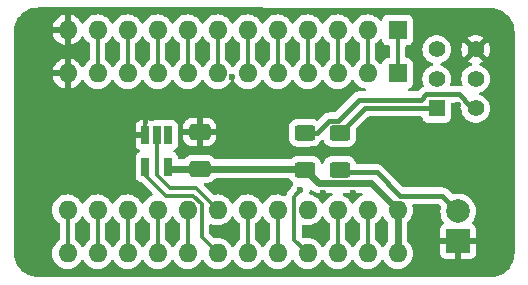
<source format=gbr>
%TF.GenerationSoftware,KiCad,Pcbnew,(7.0.0-0)*%
%TF.CreationDate,2024-02-02T16:24:01+09:00*%
%TF.ProjectId,A2Dead-Test-Switcher_V1.2_OS.kicad_X8_pcb,41324465-6164-42d5-9465-73742d537769,rev?*%
%TF.SameCoordinates,Original*%
%TF.FileFunction,Copper,L1,Top*%
%TF.FilePolarity,Positive*%
%FSLAX46Y46*%
G04 Gerber Fmt 4.6, Leading zero omitted, Abs format (unit mm)*
G04 Created by KiCad (PCBNEW (7.0.0-0)) date 2024-02-02 16:24:01*
%MOMM*%
%LPD*%
G01*
G04 APERTURE LIST*
G04 Aperture macros list*
%AMRoundRect*
0 Rectangle with rounded corners*
0 $1 Rounding radius*
0 $2 $3 $4 $5 $6 $7 $8 $9 X,Y pos of 4 corners*
0 Add a 4 corners polygon primitive as box body*
4,1,4,$2,$3,$4,$5,$6,$7,$8,$9,$2,$3,0*
0 Add four circle primitives for the rounded corners*
1,1,$1+$1,$2,$3*
1,1,$1+$1,$4,$5*
1,1,$1+$1,$6,$7*
1,1,$1+$1,$8,$9*
0 Add four rect primitives between the rounded corners*
20,1,$1+$1,$2,$3,$4,$5,0*
20,1,$1+$1,$4,$5,$6,$7,0*
20,1,$1+$1,$6,$7,$8,$9,0*
20,1,$1+$1,$8,$9,$2,$3,0*%
G04 Aperture macros list end*
%TA.AperFunction,ComponentPad*%
%ADD10R,1.600000X1.600000*%
%TD*%
%TA.AperFunction,ComponentPad*%
%ADD11O,1.600000X1.600000*%
%TD*%
%TA.AperFunction,SMDPad,CuDef*%
%ADD12RoundRect,0.250000X0.650000X-0.412500X0.650000X0.412500X-0.650000X0.412500X-0.650000X-0.412500X0*%
%TD*%
%TA.AperFunction,ComponentPad*%
%ADD13R,1.400000X1.400000*%
%TD*%
%TA.AperFunction,ComponentPad*%
%ADD14C,1.400000*%
%TD*%
%TA.AperFunction,SMDPad,CuDef*%
%ADD15RoundRect,0.250000X0.625000X-0.400000X0.625000X0.400000X-0.625000X0.400000X-0.625000X-0.400000X0*%
%TD*%
%TA.AperFunction,ComponentPad*%
%ADD16R,2.000000X2.000000*%
%TD*%
%TA.AperFunction,ComponentPad*%
%ADD17C,2.000000*%
%TD*%
%TA.AperFunction,SMDPad,CuDef*%
%ADD18R,0.650000X1.560000*%
%TD*%
%TA.AperFunction,SMDPad,CuDef*%
%ADD19RoundRect,0.250000X-0.625000X0.400000X-0.625000X-0.400000X0.625000X-0.400000X0.625000X0.400000X0*%
%TD*%
%TA.AperFunction,ViaPad*%
%ADD20C,0.600000*%
%TD*%
%TA.AperFunction,Conductor*%
%ADD21C,0.500000*%
%TD*%
%TA.AperFunction,Conductor*%
%ADD22C,0.600000*%
%TD*%
%TA.AperFunction,Conductor*%
%ADD23C,0.300000*%
%TD*%
%TA.AperFunction,Conductor*%
%ADD24C,0.250000*%
%TD*%
%TA.AperFunction,Conductor*%
%ADD25C,0.350000*%
%TD*%
%TA.AperFunction,Conductor*%
%ADD26C,0.400000*%
%TD*%
%TA.AperFunction,Conductor*%
%ADD27C,0.200000*%
%TD*%
G04 APERTURE END LIST*
D10*
%TO.P,U2,1*%
%TO.N,A7*%
X133532699Y-121619499D03*
D11*
%TO.P,U2,2*%
%TO.N,A6*%
X130992699Y-121619499D03*
%TO.P,U2,3*%
%TO.N,A5*%
X128452699Y-121619499D03*
%TO.P,U2,4*%
%TO.N,A4*%
X125912699Y-121619499D03*
%TO.P,U2,5*%
%TO.N,A3*%
X123372699Y-121619499D03*
%TO.P,U2,6*%
%TO.N,A2*%
X120832699Y-121619499D03*
%TO.P,U2,7*%
%TO.N,A1*%
X118292699Y-121619499D03*
%TO.P,U2,8*%
%TO.N,A0*%
X115752699Y-121619499D03*
%TO.P,U2,9*%
%TO.N,D0*%
X113212699Y-121619499D03*
%TO.P,U2,10*%
%TO.N,D1*%
X110672699Y-121619499D03*
%TO.P,U2,11*%
%TO.N,D2*%
X108132699Y-121619499D03*
%TO.P,U2,12*%
%TO.N,GND*%
X105592699Y-121619499D03*
%TO.P,U2,13*%
%TO.N,D3*%
X105592699Y-136859499D03*
%TO.P,U2,14*%
%TO.N,D4*%
X108132699Y-136859499D03*
%TO.P,U2,15*%
%TO.N,D5*%
X110672699Y-136859499D03*
%TO.P,U2,16*%
%TO.N,D6*%
X113212699Y-136859499D03*
%TO.P,U2,17*%
%TO.N,D7*%
X115752699Y-136859499D03*
%TO.P,U2,18*%
%TO.N,EP*%
X118292699Y-136859499D03*
%TO.P,U2,19*%
%TO.N,A10*%
X120832699Y-136859499D03*
%TO.P,U2,20*%
%TO.N,OE*%
X123372699Y-136859499D03*
%TO.P,U2,21*%
%TO.N,A11*%
X125912699Y-136859499D03*
%TO.P,U2,22*%
%TO.N,A9*%
X128452699Y-136859499D03*
%TO.P,U2,23*%
%TO.N,A8*%
X130992699Y-136859499D03*
%TO.P,U2,24*%
%TO.N,VCC*%
X133532699Y-136859499D03*
%TD*%
D12*
%TO.P,C1,1*%
%TO.N,VCC*%
X116772700Y-129702000D03*
%TO.P,C1,2*%
%TO.N,GND*%
X116772700Y-126577000D03*
%TD*%
D13*
%TO.P,SW1,1*%
%TO.N,/~VCC*%
X136834699Y-124585499D03*
D14*
%TO.P,SW1,2*%
%TO.N,VCC*%
X136834700Y-122085500D03*
%TO.P,SW1,3*%
%TO.N,N/C*%
X136834700Y-119585500D03*
%TO.P,SW1,4*%
%TO.N,A11_PU*%
X140134700Y-124585500D03*
%TO.P,SW1,5*%
%TO.N,A11*%
X140134700Y-122085500D03*
%TO.P,SW1,6*%
%TO.N,GND*%
X140134700Y-119585500D03*
%TD*%
D15*
%TO.P,R1,1*%
%TO.N,VCC*%
X125682700Y-129759500D03*
%TO.P,R1,2*%
%TO.N,A11_PU*%
X125682700Y-126659500D03*
%TD*%
D16*
%TO.P,D1,1*%
%TO.N,GND*%
X138652699Y-135841499D03*
D17*
%TO.P,D1,2*%
%TO.N,LD*%
X138652700Y-133301500D03*
%TD*%
D10*
%TO.P,U3,1*%
%TO.N,A7*%
X133532699Y-117934499D03*
D11*
%TO.P,U3,2*%
%TO.N,A6*%
X130992699Y-117934499D03*
%TO.P,U3,3*%
%TO.N,A5*%
X128452699Y-117934499D03*
%TO.P,U3,4*%
%TO.N,A4*%
X125912699Y-117934499D03*
%TO.P,U3,5*%
%TO.N,A3*%
X123372699Y-117934499D03*
%TO.P,U3,6*%
%TO.N,A2*%
X120832699Y-117934499D03*
%TO.P,U3,7*%
%TO.N,A1*%
X118292699Y-117934499D03*
%TO.P,U3,8*%
%TO.N,A0*%
X115752699Y-117934499D03*
%TO.P,U3,9*%
%TO.N,D0*%
X113212699Y-117934499D03*
%TO.P,U3,10*%
%TO.N,D1*%
X110672699Y-117934499D03*
%TO.P,U3,11*%
%TO.N,D2*%
X108132699Y-117934499D03*
%TO.P,U3,12*%
%TO.N,GND*%
X105592699Y-117934499D03*
%TO.P,U3,13*%
%TO.N,D3*%
X105592699Y-133174499D03*
%TO.P,U3,14*%
%TO.N,D4*%
X108132699Y-133174499D03*
%TO.P,U3,15*%
%TO.N,D5*%
X110672699Y-133174499D03*
%TO.P,U3,16*%
%TO.N,D6*%
X113212699Y-133174499D03*
%TO.P,U3,17*%
%TO.N,D7*%
X115752699Y-133174499D03*
%TO.P,U3,18*%
%TO.N,CS2*%
X118292699Y-133174499D03*
%TO.P,U3,19*%
%TO.N,A10*%
X120832699Y-133174499D03*
%TO.P,U3,20*%
%TO.N,OE*%
X123372699Y-133174499D03*
%TO.P,U3,21*%
%TO.N,/CS3*%
X125912699Y-133174499D03*
%TO.P,U3,22*%
%TO.N,A9*%
X128452699Y-133174499D03*
%TO.P,U3,23*%
%TO.N,A8*%
X130992699Y-133174499D03*
%TO.P,U3,24*%
%TO.N,VCC*%
X133532699Y-133174499D03*
%TD*%
D18*
%TO.P,U1,1*%
%TO.N,N/C*%
X114082699Y-126839499D03*
%TO.P,U1,2*%
%TO.N,CS2*%
X113132699Y-126839499D03*
%TO.P,U1,3*%
%TO.N,GND*%
X112182699Y-126839499D03*
%TO.P,U1,4*%
%TO.N,EP*%
X112182699Y-129539499D03*
%TO.P,U1,5*%
%TO.N,VCC*%
X114082699Y-129539499D03*
%TD*%
D19*
%TO.P,R2,1*%
%TO.N,/~VCC*%
X128632700Y-126679500D03*
%TO.P,R2,2*%
%TO.N,LD*%
X128632700Y-129779500D03*
%TD*%
D20*
%TO.N,GND*%
X117022700Y-119839500D03*
X127182700Y-119839500D03*
X114482700Y-119839500D03*
X135310700Y-137619500D03*
X109402700Y-119839500D03*
X136072700Y-117579500D03*
X119689700Y-131904500D03*
X110926700Y-126443500D03*
X111872700Y-116939500D03*
X127182700Y-135079500D03*
X114482700Y-135079500D03*
X136772700Y-126269500D03*
X119660000Y-119850000D03*
X123880700Y-131777500D03*
X101380000Y-135500000D03*
X140932700Y-135799500D03*
X124642700Y-119839500D03*
X112072700Y-131739500D03*
X112704700Y-125427500D03*
X131119700Y-128729500D03*
X106862700Y-135079500D03*
X115372700Y-128139500D03*
X125872700Y-124739500D03*
X122102700Y-135079500D03*
X119562700Y-135079500D03*
X126352700Y-127999500D03*
X107872700Y-126739500D03*
X136252700Y-128849500D03*
X138632700Y-124309500D03*
X104032700Y-116819500D03*
X132008700Y-119839500D03*
X127192700Y-137829500D03*
X111942700Y-119839500D03*
X129722700Y-135079500D03*
X111942700Y-135079500D03*
X103512700Y-126679500D03*
X140852700Y-127789500D03*
X119562700Y-116869500D03*
X119552700Y-137909500D03*
X129722700Y-119839500D03*
X101540000Y-120620000D03*
X103952700Y-137873500D03*
X120772700Y-126439500D03*
X132262700Y-135079500D03*
X109402700Y-135079500D03*
X132262700Y-126316500D03*
X119472700Y-121939500D03*
X122190000Y-119880000D03*
X140842700Y-117529500D03*
X129722700Y-131777500D03*
X127262700Y-116869500D03*
X111952700Y-137949500D03*
X103814700Y-123141500D03*
X127182700Y-131777500D03*
X104902700Y-131029500D03*
%TO.N,A11*%
X125277700Y-131523500D03*
%TD*%
D21*
%TO.N,VCC*%
X114129700Y-129364500D02*
X114082700Y-129317500D01*
X125682700Y-129759500D02*
X125287700Y-129364500D01*
D22*
X133532700Y-133174500D02*
X131287700Y-130929500D01*
X131287700Y-130929500D02*
X126852700Y-130929500D01*
X126852700Y-130929500D02*
X125682700Y-129759500D01*
D21*
X125682700Y-129759500D02*
X125625200Y-129702000D01*
X114245200Y-129702000D02*
X114082700Y-129539500D01*
X116828200Y-129757500D02*
X116772700Y-129702000D01*
D22*
X116772700Y-129702000D02*
X114245200Y-129702000D01*
X133532700Y-136859500D02*
X133532700Y-133174500D01*
X125625200Y-129702000D02*
X116772700Y-129702000D01*
D23*
%TO.N,A8*%
X130992700Y-136859500D02*
X130992700Y-133174500D01*
%TO.N,A9*%
X128452700Y-136859500D02*
X128452700Y-133174500D01*
%TO.N,A10*%
X120832700Y-136859500D02*
X120832700Y-133174500D01*
D24*
%TO.N,CS2*%
X117784700Y-133174500D02*
X118292700Y-133174500D01*
D25*
X114264700Y-131354500D02*
X116472700Y-131354500D01*
X116472700Y-131354500D02*
X118292700Y-133174500D01*
X113132700Y-130222500D02*
X114264700Y-131354500D01*
X113132700Y-126617500D02*
X113132700Y-130222500D01*
D23*
%TO.N,D7*%
X115752700Y-136859500D02*
X115752700Y-133174500D01*
%TO.N,D6*%
X113212700Y-136859500D02*
X113212700Y-133174500D01*
%TO.N,D5*%
X110672700Y-136859500D02*
X110672700Y-133174500D01*
%TO.N,D4*%
X108132700Y-136859500D02*
X108132700Y-133174500D01*
%TO.N,D3*%
X105592700Y-136859500D02*
X105592700Y-133174500D01*
%TO.N,A7*%
X133532700Y-121619500D02*
X133532700Y-117934500D01*
%TO.N,A6*%
X130992700Y-121619500D02*
X130992700Y-117934500D01*
%TO.N,A5*%
X128452700Y-121619500D02*
X128452700Y-117934500D01*
%TO.N,A4*%
X125912700Y-121619500D02*
X125912700Y-117934500D01*
%TO.N,A3*%
X123372700Y-121619500D02*
X123372700Y-117934500D01*
%TO.N,A2*%
X120832700Y-121619500D02*
X120832700Y-117934500D01*
%TO.N,A1*%
X118292700Y-121619500D02*
X118292700Y-117934500D01*
%TO.N,A0*%
X115752700Y-121619500D02*
X115752700Y-117934500D01*
%TO.N,D0*%
X113212700Y-121619500D02*
X113212700Y-117934500D01*
%TO.N,D1*%
X110672700Y-121619500D02*
X110672700Y-117934500D01*
%TO.N,D2*%
X108132700Y-121619500D02*
X108132700Y-117934500D01*
%TO.N,OE*%
X123372700Y-136859500D02*
X123372700Y-133174500D01*
D25*
%TO.N,EP*%
X113952700Y-131999500D02*
X116239401Y-131999500D01*
X112182700Y-129317500D02*
X112182700Y-130229500D01*
X116927700Y-132687799D02*
X116927700Y-135494500D01*
X116927700Y-135494500D02*
X118292700Y-136859500D01*
X116239401Y-131999500D02*
X116927700Y-132687799D01*
X112182700Y-130229500D02*
X113952700Y-131999500D01*
%TO.N,A11*%
X124737700Y-132063500D02*
X124737700Y-135684500D01*
X125277700Y-131523500D02*
X124737700Y-132063500D01*
X124737700Y-135684500D02*
X125912700Y-136859500D01*
D26*
%TO.N,/~VCC*%
X128632700Y-126679500D02*
X130752700Y-124559500D01*
D27*
X136808700Y-124559500D02*
X136834700Y-124585500D01*
D26*
X130752700Y-124559500D02*
X136808700Y-124559500D01*
%TO.N,A11_PU*%
X128504700Y-125629500D02*
X130294700Y-123839500D01*
D27*
X139666700Y-124585500D02*
X140134700Y-124585500D01*
D26*
X135501700Y-123839500D02*
X135945700Y-123395500D01*
X127738461Y-125629500D02*
X128504700Y-125629500D01*
X139666700Y-124353550D02*
X139666700Y-124585500D01*
X126708461Y-126659500D02*
X127738461Y-125629500D01*
X138708650Y-123395500D02*
X139666700Y-124353550D01*
X130294700Y-123839500D02*
X135501700Y-123839500D01*
X125682700Y-126659500D02*
X126708461Y-126659500D01*
X135945700Y-123395500D02*
X138708650Y-123395500D01*
%TO.N,LD*%
X128852700Y-129999500D02*
X128632700Y-129779500D01*
D27*
X138652700Y-132979500D02*
X138662700Y-132969500D01*
D26*
X131754700Y-129999500D02*
X128852700Y-129999500D01*
X133729700Y-131974500D02*
X131754700Y-129999500D01*
X137325700Y-131974500D02*
X133729700Y-131974500D01*
X138652700Y-133301500D02*
X137325700Y-131974500D01*
D27*
X138652700Y-133301500D02*
X138652700Y-132979500D01*
%TD*%
%TA.AperFunction,Conductor*%
%TO.N,GND*%
G36*
X132329325Y-133717049D02*
G01*
X132375081Y-133769224D01*
X132402132Y-133827234D01*
X132532653Y-134013639D01*
X132536482Y-134017468D01*
X132693561Y-134174547D01*
X132692690Y-134175417D01*
X132720584Y-134211774D01*
X132732200Y-134264175D01*
X132732200Y-135769825D01*
X132720584Y-135822226D01*
X132692690Y-135858582D01*
X132693561Y-135859453D01*
X132536482Y-136016531D01*
X132536476Y-136016537D01*
X132532653Y-136020361D01*
X132529550Y-136024791D01*
X132529547Y-136024796D01*
X132405240Y-136202326D01*
X132405235Y-136202333D01*
X132402132Y-136206766D01*
X132399848Y-136211663D01*
X132399841Y-136211676D01*
X132375082Y-136264774D01*
X132329325Y-136316950D01*
X132262700Y-136336369D01*
X132196075Y-136316950D01*
X132150318Y-136264774D01*
X132125558Y-136211676D01*
X132125555Y-136211672D01*
X132123268Y-136206766D01*
X131992747Y-136020361D01*
X131831839Y-135859453D01*
X131696077Y-135764392D01*
X131657211Y-135720074D01*
X131643200Y-135662817D01*
X131643200Y-134371183D01*
X131657211Y-134313926D01*
X131696077Y-134269608D01*
X131723483Y-134250417D01*
X131831839Y-134174547D01*
X131992747Y-134013639D01*
X132123268Y-133827234D01*
X132150318Y-133769224D01*
X132196075Y-133717049D01*
X132262700Y-133697630D01*
X132329325Y-133717049D01*
G37*
%TD.AperFunction*%
%TA.AperFunction,Conductor*%
G36*
X129789325Y-133717049D02*
G01*
X129835081Y-133769224D01*
X129862132Y-133827234D01*
X129992653Y-134013639D01*
X130153561Y-134174547D01*
X130192200Y-134201602D01*
X130289323Y-134269608D01*
X130328189Y-134313926D01*
X130342200Y-134371183D01*
X130342200Y-135662817D01*
X130328189Y-135720074D01*
X130289323Y-135764392D01*
X130157996Y-135856347D01*
X130157991Y-135856350D01*
X130153561Y-135859453D01*
X130149737Y-135863276D01*
X130149731Y-135863282D01*
X129996482Y-136016531D01*
X129996476Y-136016537D01*
X129992653Y-136020361D01*
X129989550Y-136024791D01*
X129989547Y-136024796D01*
X129865240Y-136202326D01*
X129865235Y-136202333D01*
X129862132Y-136206766D01*
X129859848Y-136211663D01*
X129859841Y-136211676D01*
X129835082Y-136264774D01*
X129789325Y-136316950D01*
X129722700Y-136336369D01*
X129656075Y-136316950D01*
X129610318Y-136264774D01*
X129585558Y-136211676D01*
X129585555Y-136211672D01*
X129583268Y-136206766D01*
X129452747Y-136020361D01*
X129291839Y-135859453D01*
X129156077Y-135764392D01*
X129117211Y-135720074D01*
X129103200Y-135662817D01*
X129103200Y-134371183D01*
X129117211Y-134313926D01*
X129156077Y-134269608D01*
X129183483Y-134250417D01*
X129291839Y-134174547D01*
X129452747Y-134013639D01*
X129583268Y-133827234D01*
X129610318Y-133769224D01*
X129656075Y-133717049D01*
X129722700Y-133697630D01*
X129789325Y-133717049D01*
G37*
%TD.AperFunction*%
%TA.AperFunction,Conductor*%
G36*
X127249325Y-133717049D02*
G01*
X127295081Y-133769224D01*
X127322132Y-133827234D01*
X127452653Y-134013639D01*
X127613561Y-134174547D01*
X127652200Y-134201602D01*
X127749323Y-134269608D01*
X127788189Y-134313926D01*
X127802200Y-134371183D01*
X127802200Y-135662817D01*
X127788189Y-135720074D01*
X127749323Y-135764392D01*
X127617996Y-135856347D01*
X127617991Y-135856350D01*
X127613561Y-135859453D01*
X127609737Y-135863276D01*
X127609731Y-135863282D01*
X127456482Y-136016531D01*
X127456476Y-136016537D01*
X127452653Y-136020361D01*
X127449550Y-136024791D01*
X127449547Y-136024796D01*
X127325240Y-136202326D01*
X127325235Y-136202333D01*
X127322132Y-136206766D01*
X127319848Y-136211663D01*
X127319841Y-136211676D01*
X127295082Y-136264774D01*
X127249325Y-136316950D01*
X127182700Y-136336369D01*
X127116075Y-136316950D01*
X127070318Y-136264774D01*
X127045558Y-136211676D01*
X127045555Y-136211672D01*
X127043268Y-136206766D01*
X126912747Y-136020361D01*
X126751839Y-135859453D01*
X126565434Y-135728932D01*
X126359196Y-135632761D01*
X126353971Y-135631361D01*
X126353963Y-135631358D01*
X126144616Y-135575264D01*
X126144607Y-135575262D01*
X126139392Y-135573865D01*
X126134004Y-135573393D01*
X126134001Y-135573393D01*
X125918095Y-135554504D01*
X125912700Y-135554032D01*
X125907305Y-135554504D01*
X125691398Y-135573393D01*
X125691393Y-135573393D01*
X125686008Y-135573865D01*
X125680790Y-135575262D01*
X125680779Y-135575265D01*
X125673418Y-135577238D01*
X125609231Y-135577238D01*
X125553645Y-135545144D01*
X125449519Y-135441018D01*
X125422639Y-135400790D01*
X125413200Y-135353337D01*
X125413200Y-134548636D01*
X125425988Y-134493792D01*
X125461714Y-134450260D01*
X125513009Y-134427019D01*
X125569290Y-134428860D01*
X125686008Y-134460135D01*
X125912700Y-134479968D01*
X126139392Y-134460135D01*
X126359196Y-134401239D01*
X126565434Y-134305068D01*
X126751839Y-134174547D01*
X126912747Y-134013639D01*
X127043268Y-133827234D01*
X127070318Y-133769224D01*
X127116075Y-133717049D01*
X127182700Y-133697630D01*
X127249325Y-133717049D01*
G37*
%TD.AperFunction*%
%TA.AperFunction,Conductor*%
G36*
X122169325Y-133717049D02*
G01*
X122215081Y-133769224D01*
X122242132Y-133827234D01*
X122372653Y-134013639D01*
X122533561Y-134174547D01*
X122572200Y-134201602D01*
X122669323Y-134269608D01*
X122708189Y-134313926D01*
X122722200Y-134371183D01*
X122722200Y-135662817D01*
X122708189Y-135720074D01*
X122669323Y-135764392D01*
X122537996Y-135856347D01*
X122537991Y-135856350D01*
X122533561Y-135859453D01*
X122529737Y-135863276D01*
X122529731Y-135863282D01*
X122376482Y-136016531D01*
X122376476Y-136016537D01*
X122372653Y-136020361D01*
X122369550Y-136024791D01*
X122369547Y-136024796D01*
X122245240Y-136202326D01*
X122245235Y-136202333D01*
X122242132Y-136206766D01*
X122239848Y-136211663D01*
X122239841Y-136211676D01*
X122215082Y-136264774D01*
X122169325Y-136316950D01*
X122102700Y-136336369D01*
X122036075Y-136316950D01*
X121990318Y-136264774D01*
X121965558Y-136211676D01*
X121965555Y-136211672D01*
X121963268Y-136206766D01*
X121832747Y-136020361D01*
X121671839Y-135859453D01*
X121536077Y-135764392D01*
X121497211Y-135720074D01*
X121483200Y-135662817D01*
X121483200Y-134371183D01*
X121497211Y-134313926D01*
X121536077Y-134269608D01*
X121563483Y-134250417D01*
X121671839Y-134174547D01*
X121832747Y-134013639D01*
X121963268Y-133827234D01*
X121990318Y-133769224D01*
X122036075Y-133717049D01*
X122102700Y-133697630D01*
X122169325Y-133717049D01*
G37*
%TD.AperFunction*%
%TA.AperFunction,Conductor*%
G36*
X119629325Y-133717049D02*
G01*
X119675081Y-133769224D01*
X119702132Y-133827234D01*
X119832653Y-134013639D01*
X119993561Y-134174547D01*
X120032200Y-134201602D01*
X120129323Y-134269608D01*
X120168189Y-134313926D01*
X120182200Y-134371183D01*
X120182200Y-135662817D01*
X120168189Y-135720074D01*
X120129323Y-135764392D01*
X119997996Y-135856347D01*
X119997991Y-135856350D01*
X119993561Y-135859453D01*
X119989737Y-135863276D01*
X119989731Y-135863282D01*
X119836482Y-136016531D01*
X119836476Y-136016537D01*
X119832653Y-136020361D01*
X119829550Y-136024791D01*
X119829547Y-136024796D01*
X119705240Y-136202326D01*
X119705235Y-136202333D01*
X119702132Y-136206766D01*
X119699848Y-136211663D01*
X119699841Y-136211676D01*
X119675082Y-136264774D01*
X119629325Y-136316950D01*
X119562700Y-136336369D01*
X119496075Y-136316950D01*
X119450318Y-136264774D01*
X119425558Y-136211676D01*
X119425555Y-136211672D01*
X119423268Y-136206766D01*
X119292747Y-136020361D01*
X119131839Y-135859453D01*
X118945434Y-135728932D01*
X118739196Y-135632761D01*
X118733971Y-135631361D01*
X118733963Y-135631358D01*
X118524616Y-135575264D01*
X118524607Y-135575262D01*
X118519392Y-135573865D01*
X118514004Y-135573393D01*
X118514001Y-135573393D01*
X118298095Y-135554504D01*
X118292700Y-135554032D01*
X118287305Y-135554504D01*
X118071398Y-135573393D01*
X118071393Y-135573393D01*
X118066008Y-135573865D01*
X118060790Y-135575262D01*
X118060779Y-135575265D01*
X118053418Y-135577238D01*
X117989231Y-135577238D01*
X117933645Y-135545144D01*
X117639519Y-135251018D01*
X117612639Y-135210790D01*
X117603200Y-135163337D01*
X117603200Y-134482565D01*
X117618486Y-134422922D01*
X117660575Y-134377984D01*
X117719090Y-134358830D01*
X117779604Y-134370182D01*
X117846204Y-134401239D01*
X117851434Y-134402640D01*
X117851436Y-134402641D01*
X117927126Y-134422922D01*
X118066008Y-134460135D01*
X118292700Y-134479968D01*
X118519392Y-134460135D01*
X118739196Y-134401239D01*
X118945434Y-134305068D01*
X119131839Y-134174547D01*
X119292747Y-134013639D01*
X119423268Y-133827234D01*
X119450318Y-133769224D01*
X119496075Y-133717049D01*
X119562700Y-133697630D01*
X119629325Y-133717049D01*
G37*
%TD.AperFunction*%
%TA.AperFunction,Conductor*%
G36*
X114549325Y-133717049D02*
G01*
X114595081Y-133769224D01*
X114622132Y-133827234D01*
X114752653Y-134013639D01*
X114913561Y-134174547D01*
X114952200Y-134201602D01*
X115049323Y-134269608D01*
X115088189Y-134313926D01*
X115102200Y-134371183D01*
X115102200Y-135662817D01*
X115088189Y-135720074D01*
X115049323Y-135764392D01*
X114917996Y-135856347D01*
X114917991Y-135856350D01*
X114913561Y-135859453D01*
X114909737Y-135863276D01*
X114909731Y-135863282D01*
X114756482Y-136016531D01*
X114756476Y-136016537D01*
X114752653Y-136020361D01*
X114749550Y-136024791D01*
X114749547Y-136024796D01*
X114625240Y-136202326D01*
X114625235Y-136202333D01*
X114622132Y-136206766D01*
X114619848Y-136211663D01*
X114619841Y-136211676D01*
X114595082Y-136264774D01*
X114549325Y-136316950D01*
X114482700Y-136336369D01*
X114416075Y-136316950D01*
X114370318Y-136264774D01*
X114345558Y-136211676D01*
X114345555Y-136211672D01*
X114343268Y-136206766D01*
X114212747Y-136020361D01*
X114051839Y-135859453D01*
X113916077Y-135764392D01*
X113877211Y-135720074D01*
X113863200Y-135662817D01*
X113863200Y-134371183D01*
X113877211Y-134313926D01*
X113916077Y-134269608D01*
X113943483Y-134250417D01*
X114051839Y-134174547D01*
X114212747Y-134013639D01*
X114343268Y-133827234D01*
X114370318Y-133769224D01*
X114416075Y-133717049D01*
X114482700Y-133697630D01*
X114549325Y-133717049D01*
G37*
%TD.AperFunction*%
%TA.AperFunction,Conductor*%
G36*
X112009325Y-133717049D02*
G01*
X112055081Y-133769224D01*
X112082132Y-133827234D01*
X112212653Y-134013639D01*
X112373561Y-134174547D01*
X112412200Y-134201602D01*
X112509323Y-134269608D01*
X112548189Y-134313926D01*
X112562200Y-134371183D01*
X112562200Y-135662817D01*
X112548189Y-135720074D01*
X112509323Y-135764392D01*
X112377996Y-135856347D01*
X112377991Y-135856350D01*
X112373561Y-135859453D01*
X112369737Y-135863276D01*
X112369731Y-135863282D01*
X112216482Y-136016531D01*
X112216476Y-136016537D01*
X112212653Y-136020361D01*
X112209550Y-136024791D01*
X112209547Y-136024796D01*
X112085240Y-136202326D01*
X112085235Y-136202333D01*
X112082132Y-136206766D01*
X112079848Y-136211663D01*
X112079841Y-136211676D01*
X112055082Y-136264774D01*
X112009325Y-136316950D01*
X111942700Y-136336369D01*
X111876075Y-136316950D01*
X111830318Y-136264774D01*
X111805558Y-136211676D01*
X111805555Y-136211672D01*
X111803268Y-136206766D01*
X111672747Y-136020361D01*
X111511839Y-135859453D01*
X111376077Y-135764392D01*
X111337211Y-135720074D01*
X111323200Y-135662817D01*
X111323200Y-134371183D01*
X111337211Y-134313926D01*
X111376077Y-134269608D01*
X111403483Y-134250417D01*
X111511839Y-134174547D01*
X111672747Y-134013639D01*
X111803268Y-133827234D01*
X111830318Y-133769224D01*
X111876075Y-133717049D01*
X111942700Y-133697630D01*
X112009325Y-133717049D01*
G37*
%TD.AperFunction*%
%TA.AperFunction,Conductor*%
G36*
X109469325Y-133717049D02*
G01*
X109515081Y-133769224D01*
X109542132Y-133827234D01*
X109672653Y-134013639D01*
X109833561Y-134174547D01*
X109872200Y-134201602D01*
X109969323Y-134269608D01*
X110008189Y-134313926D01*
X110022200Y-134371183D01*
X110022200Y-135662817D01*
X110008189Y-135720074D01*
X109969323Y-135764392D01*
X109837996Y-135856347D01*
X109837991Y-135856350D01*
X109833561Y-135859453D01*
X109829737Y-135863276D01*
X109829731Y-135863282D01*
X109676482Y-136016531D01*
X109676476Y-136016537D01*
X109672653Y-136020361D01*
X109669550Y-136024791D01*
X109669547Y-136024796D01*
X109545240Y-136202326D01*
X109545235Y-136202333D01*
X109542132Y-136206766D01*
X109539848Y-136211663D01*
X109539841Y-136211676D01*
X109515082Y-136264774D01*
X109469325Y-136316950D01*
X109402700Y-136336369D01*
X109336075Y-136316950D01*
X109290318Y-136264774D01*
X109265558Y-136211676D01*
X109265555Y-136211672D01*
X109263268Y-136206766D01*
X109132747Y-136020361D01*
X108971839Y-135859453D01*
X108836077Y-135764392D01*
X108797211Y-135720074D01*
X108783200Y-135662817D01*
X108783200Y-134371183D01*
X108797211Y-134313926D01*
X108836077Y-134269608D01*
X108863483Y-134250417D01*
X108971839Y-134174547D01*
X109132747Y-134013639D01*
X109263268Y-133827234D01*
X109290318Y-133769224D01*
X109336075Y-133717049D01*
X109402700Y-133697630D01*
X109469325Y-133717049D01*
G37*
%TD.AperFunction*%
%TA.AperFunction,Conductor*%
G36*
X106929325Y-133717049D02*
G01*
X106975081Y-133769224D01*
X107002132Y-133827234D01*
X107132653Y-134013639D01*
X107293561Y-134174547D01*
X107332200Y-134201602D01*
X107429323Y-134269608D01*
X107468189Y-134313926D01*
X107482200Y-134371183D01*
X107482200Y-135662817D01*
X107468189Y-135720074D01*
X107429323Y-135764392D01*
X107297996Y-135856347D01*
X107297991Y-135856350D01*
X107293561Y-135859453D01*
X107289737Y-135863276D01*
X107289731Y-135863282D01*
X107136482Y-136016531D01*
X107136476Y-136016537D01*
X107132653Y-136020361D01*
X107129550Y-136024791D01*
X107129547Y-136024796D01*
X107005240Y-136202326D01*
X107005235Y-136202333D01*
X107002132Y-136206766D01*
X106999848Y-136211663D01*
X106999841Y-136211676D01*
X106975082Y-136264774D01*
X106929325Y-136316950D01*
X106862700Y-136336369D01*
X106796075Y-136316950D01*
X106750318Y-136264774D01*
X106725558Y-136211676D01*
X106725555Y-136211672D01*
X106723268Y-136206766D01*
X106592747Y-136020361D01*
X106431839Y-135859453D01*
X106296077Y-135764392D01*
X106257211Y-135720074D01*
X106243200Y-135662817D01*
X106243200Y-134371183D01*
X106257211Y-134313926D01*
X106296077Y-134269608D01*
X106323483Y-134250417D01*
X106431839Y-134174547D01*
X106592747Y-134013639D01*
X106723268Y-133827234D01*
X106750318Y-133769224D01*
X106796075Y-133717049D01*
X106862700Y-133697630D01*
X106929325Y-133717049D01*
G37*
%TD.AperFunction*%
%TA.AperFunction,Conductor*%
G36*
X130517731Y-131747711D02*
G01*
X130563351Y-131795785D01*
X130577696Y-131860489D01*
X130556667Y-131923340D01*
X130506271Y-131966382D01*
X130344876Y-132041642D01*
X130344872Y-132041644D01*
X130339966Y-132043932D01*
X130335533Y-132047035D01*
X130335526Y-132047040D01*
X130157996Y-132171347D01*
X130157991Y-132171350D01*
X130153561Y-132174453D01*
X130149737Y-132178276D01*
X130149731Y-132178282D01*
X129996482Y-132331531D01*
X129996476Y-132331537D01*
X129992653Y-132335361D01*
X129989550Y-132339791D01*
X129989547Y-132339796D01*
X129865240Y-132517326D01*
X129865235Y-132517333D01*
X129862132Y-132521766D01*
X129859848Y-132526663D01*
X129859841Y-132526676D01*
X129835082Y-132579774D01*
X129789325Y-132631950D01*
X129722700Y-132651369D01*
X129656075Y-132631950D01*
X129610318Y-132579774D01*
X129585558Y-132526676D01*
X129585555Y-132526672D01*
X129583268Y-132521766D01*
X129452747Y-132335361D01*
X129291839Y-132174453D01*
X129105434Y-132043932D01*
X128939129Y-131966382D01*
X128888733Y-131923340D01*
X128867704Y-131860489D01*
X128882049Y-131795785D01*
X128927669Y-131747711D01*
X128991534Y-131730000D01*
X130453866Y-131730000D01*
X130517731Y-131747711D01*
G37*
%TD.AperFunction*%
%TA.AperFunction,Conductor*%
G36*
X126288764Y-131497642D02*
G01*
X126350438Y-131559316D01*
X126382847Y-131579680D01*
X126394180Y-131587721D01*
X126418669Y-131607251D01*
X126418671Y-131607252D01*
X126424113Y-131611592D01*
X126430379Y-131614609D01*
X126430388Y-131614615D01*
X126458608Y-131628204D01*
X126470768Y-131634924D01*
X126503178Y-131655289D01*
X126539308Y-131667931D01*
X126552147Y-131673249D01*
X126580367Y-131686840D01*
X126580370Y-131686841D01*
X126586639Y-131689860D01*
X126623966Y-131698379D01*
X126637313Y-131702225D01*
X126666870Y-131712568D01*
X126666875Y-131712569D01*
X126673445Y-131714868D01*
X126711478Y-131719153D01*
X126725184Y-131721481D01*
X126762506Y-131730000D01*
X126807746Y-131730000D01*
X126942894Y-131730000D01*
X127913866Y-131730000D01*
X127977731Y-131747711D01*
X128023351Y-131795785D01*
X128037696Y-131860489D01*
X128016667Y-131923340D01*
X127966271Y-131966382D01*
X127804876Y-132041642D01*
X127804872Y-132041644D01*
X127799966Y-132043932D01*
X127795533Y-132047035D01*
X127795526Y-132047040D01*
X127617996Y-132171347D01*
X127617991Y-132171350D01*
X127613561Y-132174453D01*
X127609737Y-132178276D01*
X127609731Y-132178282D01*
X127456482Y-132331531D01*
X127456476Y-132331537D01*
X127452653Y-132335361D01*
X127449550Y-132339791D01*
X127449547Y-132339796D01*
X127325240Y-132517326D01*
X127325235Y-132517333D01*
X127322132Y-132521766D01*
X127319848Y-132526663D01*
X127319841Y-132526676D01*
X127295082Y-132579774D01*
X127249325Y-132631950D01*
X127182700Y-132651369D01*
X127116075Y-132631950D01*
X127070318Y-132579774D01*
X127045558Y-132526676D01*
X127045555Y-132526672D01*
X127043268Y-132521766D01*
X126912747Y-132335361D01*
X126751839Y-132174453D01*
X126565434Y-132043932D01*
X126359196Y-131947761D01*
X126353971Y-131946361D01*
X126353963Y-131946358D01*
X126139392Y-131888865D01*
X126139855Y-131887136D01*
X126100282Y-131870735D01*
X126064182Y-131831606D01*
X126047816Y-131780945D01*
X126054203Y-131728092D01*
X126060767Y-131709332D01*
X126060767Y-131709328D01*
X126063068Y-131702755D01*
X126077863Y-131571438D01*
X126104136Y-131508011D01*
X126160128Y-131468282D01*
X126228675Y-131464432D01*
X126288764Y-131497642D01*
G37*
%TD.AperFunction*%
%TA.AperFunction,Conductor*%
G36*
X124378708Y-130518223D02*
G01*
X124423815Y-130561404D01*
X124461192Y-130622003D01*
X124461195Y-130622007D01*
X124464988Y-130628156D01*
X124589044Y-130752212D01*
X124658355Y-130794963D01*
X124697838Y-130833875D01*
X124716419Y-130886104D01*
X124710385Y-130941211D01*
X124680940Y-130988181D01*
X124647884Y-131021238D01*
X124644179Y-131027133D01*
X124644176Y-131027138D01*
X124555612Y-131168087D01*
X124555610Y-131168090D01*
X124551911Y-131173978D01*
X124549616Y-131180535D01*
X124549609Y-131180551D01*
X124496660Y-131331871D01*
X124467300Y-131378597D01*
X124277123Y-131568774D01*
X124271671Y-131573906D01*
X124233986Y-131607292D01*
X124233978Y-131607300D01*
X124228368Y-131612271D01*
X124224107Y-131618443D01*
X124224106Y-131618445D01*
X124195500Y-131659887D01*
X124191063Y-131665916D01*
X124159998Y-131705568D01*
X124159993Y-131705576D01*
X124155374Y-131711472D01*
X124152300Y-131718300D01*
X124152297Y-131718306D01*
X124151523Y-131720027D01*
X124140510Y-131739554D01*
X124139441Y-131741101D01*
X124139436Y-131741109D01*
X124135182Y-131747274D01*
X124132525Y-131754279D01*
X124132520Y-131754289D01*
X124114664Y-131801369D01*
X124111802Y-131808281D01*
X124091126Y-131854224D01*
X124091123Y-131854230D01*
X124088050Y-131861061D01*
X124086699Y-131868431D01*
X124086697Y-131868438D01*
X124086360Y-131870280D01*
X124080339Y-131891877D01*
X124079672Y-131893633D01*
X124079666Y-131893654D01*
X124077012Y-131900655D01*
X124076386Y-131905805D01*
X124052739Y-131953256D01*
X124010090Y-131986843D01*
X123957180Y-131998992D01*
X123904152Y-131987376D01*
X123824110Y-131950052D01*
X123824105Y-131950050D01*
X123819196Y-131947761D01*
X123813971Y-131946361D01*
X123813963Y-131946358D01*
X123604616Y-131890264D01*
X123604607Y-131890262D01*
X123599392Y-131888865D01*
X123594004Y-131888393D01*
X123594001Y-131888393D01*
X123378095Y-131869504D01*
X123372700Y-131869032D01*
X123367305Y-131869504D01*
X123151398Y-131888393D01*
X123151393Y-131888393D01*
X123146008Y-131888865D01*
X123140794Y-131890262D01*
X123140783Y-131890264D01*
X122931436Y-131946358D01*
X122931424Y-131946362D01*
X122926204Y-131947761D01*
X122921299Y-131950047D01*
X122921294Y-131950050D01*
X122724876Y-132041642D01*
X122724872Y-132041644D01*
X122719966Y-132043932D01*
X122715533Y-132047035D01*
X122715526Y-132047040D01*
X122537996Y-132171347D01*
X122537991Y-132171350D01*
X122533561Y-132174453D01*
X122529737Y-132178276D01*
X122529731Y-132178282D01*
X122376482Y-132331531D01*
X122376476Y-132331537D01*
X122372653Y-132335361D01*
X122369550Y-132339791D01*
X122369547Y-132339796D01*
X122245240Y-132517326D01*
X122245235Y-132517333D01*
X122242132Y-132521766D01*
X122239848Y-132526663D01*
X122239841Y-132526676D01*
X122215082Y-132579774D01*
X122169325Y-132631950D01*
X122102700Y-132651369D01*
X122036075Y-132631950D01*
X121990318Y-132579774D01*
X121965558Y-132526676D01*
X121965555Y-132526672D01*
X121963268Y-132521766D01*
X121832747Y-132335361D01*
X121671839Y-132174453D01*
X121485434Y-132043932D01*
X121279196Y-131947761D01*
X121273971Y-131946361D01*
X121273963Y-131946358D01*
X121064616Y-131890264D01*
X121064607Y-131890262D01*
X121059392Y-131888865D01*
X121054004Y-131888393D01*
X121054001Y-131888393D01*
X120838095Y-131869504D01*
X120832700Y-131869032D01*
X120827305Y-131869504D01*
X120611398Y-131888393D01*
X120611393Y-131888393D01*
X120606008Y-131888865D01*
X120600794Y-131890262D01*
X120600783Y-131890264D01*
X120391436Y-131946358D01*
X120391424Y-131946362D01*
X120386204Y-131947761D01*
X120381299Y-131950047D01*
X120381294Y-131950050D01*
X120184876Y-132041642D01*
X120184872Y-132041644D01*
X120179966Y-132043932D01*
X120175533Y-132047035D01*
X120175526Y-132047040D01*
X119997996Y-132171347D01*
X119997991Y-132171350D01*
X119993561Y-132174453D01*
X119989737Y-132178276D01*
X119989731Y-132178282D01*
X119836482Y-132331531D01*
X119836476Y-132331537D01*
X119832653Y-132335361D01*
X119829550Y-132339791D01*
X119829547Y-132339796D01*
X119705240Y-132517326D01*
X119705235Y-132517333D01*
X119702132Y-132521766D01*
X119699848Y-132526663D01*
X119699841Y-132526676D01*
X119675082Y-132579774D01*
X119629325Y-132631950D01*
X119562700Y-132651369D01*
X119496075Y-132631950D01*
X119450318Y-132579774D01*
X119425558Y-132526676D01*
X119425555Y-132526672D01*
X119423268Y-132521766D01*
X119292747Y-132335361D01*
X119131839Y-132174453D01*
X118945434Y-132043932D01*
X118739196Y-131947761D01*
X118733971Y-131946361D01*
X118733963Y-131946358D01*
X118524616Y-131890264D01*
X118524607Y-131890262D01*
X118519392Y-131888865D01*
X118514004Y-131888393D01*
X118514001Y-131888393D01*
X118298095Y-131869504D01*
X118292700Y-131869032D01*
X118287305Y-131869504D01*
X118071398Y-131888393D01*
X118071393Y-131888393D01*
X118066008Y-131888865D01*
X118060790Y-131890262D01*
X118060779Y-131890265D01*
X118053418Y-131892238D01*
X117989231Y-131892238D01*
X117933645Y-131860144D01*
X117150181Y-131076680D01*
X117119931Y-131027317D01*
X117115389Y-130969601D01*
X117137544Y-130916114D01*
X117181567Y-130878514D01*
X117237862Y-130864999D01*
X117469559Y-130864999D01*
X117472708Y-130864999D01*
X117575497Y-130854499D01*
X117742034Y-130799314D01*
X117891356Y-130707212D01*
X118015412Y-130583156D01*
X118024186Y-130568931D01*
X118028829Y-130561404D01*
X118073936Y-130518223D01*
X118134368Y-130502500D01*
X124318276Y-130502500D01*
X124378708Y-130518223D01*
G37*
%TD.AperFunction*%
%TA.AperFunction,Conductor*%
G36*
X129789325Y-118477049D02*
G01*
X129835081Y-118529224D01*
X129862132Y-118587234D01*
X129992653Y-118773639D01*
X130153561Y-118934547D01*
X130224089Y-118983931D01*
X130289323Y-119029608D01*
X130328189Y-119073926D01*
X130342200Y-119131183D01*
X130342200Y-120422817D01*
X130328189Y-120480074D01*
X130289323Y-120524392D01*
X130157996Y-120616347D01*
X130157991Y-120616350D01*
X130153561Y-120619453D01*
X130149737Y-120623276D01*
X130149731Y-120623282D01*
X129996482Y-120776531D01*
X129996476Y-120776537D01*
X129992653Y-120780361D01*
X129989550Y-120784791D01*
X129989547Y-120784796D01*
X129865240Y-120962326D01*
X129865235Y-120962333D01*
X129862132Y-120966766D01*
X129859848Y-120971663D01*
X129859841Y-120971676D01*
X129835082Y-121024774D01*
X129789325Y-121076950D01*
X129722700Y-121096369D01*
X129656075Y-121076950D01*
X129610318Y-121024774D01*
X129585558Y-120971676D01*
X129585555Y-120971672D01*
X129583268Y-120966766D01*
X129452747Y-120780361D01*
X129291839Y-120619453D01*
X129189256Y-120547624D01*
X129156077Y-120524392D01*
X129117211Y-120480074D01*
X129103200Y-120422817D01*
X129103200Y-119131183D01*
X129117211Y-119073926D01*
X129156077Y-119029608D01*
X129183483Y-119010417D01*
X129291839Y-118934547D01*
X129452747Y-118773639D01*
X129583268Y-118587234D01*
X129610318Y-118529224D01*
X129656075Y-118477049D01*
X129722700Y-118457630D01*
X129789325Y-118477049D01*
G37*
%TD.AperFunction*%
%TA.AperFunction,Conductor*%
G36*
X127249325Y-118477049D02*
G01*
X127295081Y-118529224D01*
X127322132Y-118587234D01*
X127452653Y-118773639D01*
X127613561Y-118934547D01*
X127684089Y-118983931D01*
X127749323Y-119029608D01*
X127788189Y-119073926D01*
X127802200Y-119131183D01*
X127802200Y-120422817D01*
X127788189Y-120480074D01*
X127749323Y-120524392D01*
X127617996Y-120616347D01*
X127617991Y-120616350D01*
X127613561Y-120619453D01*
X127609737Y-120623276D01*
X127609731Y-120623282D01*
X127456482Y-120776531D01*
X127456476Y-120776537D01*
X127452653Y-120780361D01*
X127449550Y-120784791D01*
X127449547Y-120784796D01*
X127325240Y-120962326D01*
X127325235Y-120962333D01*
X127322132Y-120966766D01*
X127319848Y-120971663D01*
X127319841Y-120971676D01*
X127295082Y-121024774D01*
X127249325Y-121076950D01*
X127182700Y-121096369D01*
X127116075Y-121076950D01*
X127070318Y-121024774D01*
X127045558Y-120971676D01*
X127045555Y-120971672D01*
X127043268Y-120966766D01*
X126912747Y-120780361D01*
X126751839Y-120619453D01*
X126649256Y-120547624D01*
X126616077Y-120524392D01*
X126577211Y-120480074D01*
X126563200Y-120422817D01*
X126563200Y-119131183D01*
X126577211Y-119073926D01*
X126616077Y-119029608D01*
X126643483Y-119010417D01*
X126751839Y-118934547D01*
X126912747Y-118773639D01*
X127043268Y-118587234D01*
X127070318Y-118529224D01*
X127116075Y-118477049D01*
X127182700Y-118457630D01*
X127249325Y-118477049D01*
G37*
%TD.AperFunction*%
%TA.AperFunction,Conductor*%
G36*
X124709325Y-118477049D02*
G01*
X124755081Y-118529224D01*
X124782132Y-118587234D01*
X124912653Y-118773639D01*
X125073561Y-118934547D01*
X125144089Y-118983931D01*
X125209323Y-119029608D01*
X125248189Y-119073926D01*
X125262200Y-119131183D01*
X125262200Y-120422817D01*
X125248189Y-120480074D01*
X125209323Y-120524392D01*
X125077996Y-120616347D01*
X125077991Y-120616350D01*
X125073561Y-120619453D01*
X125069737Y-120623276D01*
X125069731Y-120623282D01*
X124916482Y-120776531D01*
X124916476Y-120776537D01*
X124912653Y-120780361D01*
X124909550Y-120784791D01*
X124909547Y-120784796D01*
X124785240Y-120962326D01*
X124785235Y-120962333D01*
X124782132Y-120966766D01*
X124779848Y-120971663D01*
X124779841Y-120971676D01*
X124755082Y-121024774D01*
X124709325Y-121076950D01*
X124642700Y-121096369D01*
X124576075Y-121076950D01*
X124530318Y-121024774D01*
X124505558Y-120971676D01*
X124505555Y-120971672D01*
X124503268Y-120966766D01*
X124372747Y-120780361D01*
X124211839Y-120619453D01*
X124109256Y-120547624D01*
X124076077Y-120524392D01*
X124037211Y-120480074D01*
X124023200Y-120422817D01*
X124023200Y-119131183D01*
X124037211Y-119073926D01*
X124076077Y-119029608D01*
X124103483Y-119010417D01*
X124211839Y-118934547D01*
X124372747Y-118773639D01*
X124503268Y-118587234D01*
X124530318Y-118529224D01*
X124576075Y-118477049D01*
X124642700Y-118457630D01*
X124709325Y-118477049D01*
G37*
%TD.AperFunction*%
%TA.AperFunction,Conductor*%
G36*
X122169325Y-118477049D02*
G01*
X122215081Y-118529224D01*
X122242132Y-118587234D01*
X122372653Y-118773639D01*
X122533561Y-118934547D01*
X122604089Y-118983931D01*
X122669323Y-119029608D01*
X122708189Y-119073926D01*
X122722200Y-119131183D01*
X122722200Y-120422817D01*
X122708189Y-120480074D01*
X122669323Y-120524392D01*
X122537996Y-120616347D01*
X122537991Y-120616350D01*
X122533561Y-120619453D01*
X122529737Y-120623276D01*
X122529731Y-120623282D01*
X122376482Y-120776531D01*
X122376476Y-120776537D01*
X122372653Y-120780361D01*
X122369550Y-120784791D01*
X122369547Y-120784796D01*
X122245240Y-120962326D01*
X122245235Y-120962333D01*
X122242132Y-120966766D01*
X122239848Y-120971663D01*
X122239841Y-120971676D01*
X122215082Y-121024774D01*
X122169325Y-121076950D01*
X122102700Y-121096369D01*
X122036075Y-121076950D01*
X121990318Y-121024774D01*
X121965558Y-120971676D01*
X121965555Y-120971672D01*
X121963268Y-120966766D01*
X121832747Y-120780361D01*
X121671839Y-120619453D01*
X121569256Y-120547624D01*
X121536077Y-120524392D01*
X121497211Y-120480074D01*
X121483200Y-120422817D01*
X121483200Y-119131183D01*
X121497211Y-119073926D01*
X121536077Y-119029608D01*
X121563483Y-119010417D01*
X121671839Y-118934547D01*
X121832747Y-118773639D01*
X121963268Y-118587234D01*
X121990318Y-118529224D01*
X122036075Y-118477049D01*
X122102700Y-118457630D01*
X122169325Y-118477049D01*
G37*
%TD.AperFunction*%
%TA.AperFunction,Conductor*%
G36*
X119629325Y-118477049D02*
G01*
X119675081Y-118529224D01*
X119702132Y-118587234D01*
X119832653Y-118773639D01*
X119993561Y-118934547D01*
X120064089Y-118983931D01*
X120129323Y-119029608D01*
X120168189Y-119073926D01*
X120182200Y-119131183D01*
X120182200Y-120422817D01*
X120168189Y-120480074D01*
X120129323Y-120524392D01*
X119997996Y-120616347D01*
X119997991Y-120616350D01*
X119993561Y-120619453D01*
X119989737Y-120623276D01*
X119989731Y-120623282D01*
X119836482Y-120776531D01*
X119836476Y-120776537D01*
X119832653Y-120780361D01*
X119829550Y-120784791D01*
X119829547Y-120784796D01*
X119705240Y-120962326D01*
X119705235Y-120962333D01*
X119702132Y-120966766D01*
X119699848Y-120971663D01*
X119699841Y-120971676D01*
X119675082Y-121024774D01*
X119629325Y-121076950D01*
X119562700Y-121096369D01*
X119496075Y-121076950D01*
X119450318Y-121024774D01*
X119425558Y-120971676D01*
X119425555Y-120971672D01*
X119423268Y-120966766D01*
X119292747Y-120780361D01*
X119131839Y-120619453D01*
X119029256Y-120547624D01*
X118996077Y-120524392D01*
X118957211Y-120480074D01*
X118943200Y-120422817D01*
X118943200Y-119131183D01*
X118957211Y-119073926D01*
X118996077Y-119029608D01*
X119023483Y-119010417D01*
X119131839Y-118934547D01*
X119292747Y-118773639D01*
X119423268Y-118587234D01*
X119450318Y-118529224D01*
X119496075Y-118477049D01*
X119562700Y-118457630D01*
X119629325Y-118477049D01*
G37*
%TD.AperFunction*%
%TA.AperFunction,Conductor*%
G36*
X117089325Y-118477049D02*
G01*
X117135081Y-118529224D01*
X117162132Y-118587234D01*
X117292653Y-118773639D01*
X117453561Y-118934547D01*
X117524089Y-118983931D01*
X117589323Y-119029608D01*
X117628189Y-119073926D01*
X117642200Y-119131183D01*
X117642200Y-120422817D01*
X117628189Y-120480074D01*
X117589323Y-120524392D01*
X117457996Y-120616347D01*
X117457991Y-120616350D01*
X117453561Y-120619453D01*
X117449737Y-120623276D01*
X117449731Y-120623282D01*
X117296482Y-120776531D01*
X117296476Y-120776537D01*
X117292653Y-120780361D01*
X117289550Y-120784791D01*
X117289547Y-120784796D01*
X117165240Y-120962326D01*
X117165235Y-120962333D01*
X117162132Y-120966766D01*
X117159848Y-120971663D01*
X117159841Y-120971676D01*
X117135082Y-121024774D01*
X117089325Y-121076950D01*
X117022700Y-121096369D01*
X116956075Y-121076950D01*
X116910318Y-121024774D01*
X116885558Y-120971676D01*
X116885555Y-120971672D01*
X116883268Y-120966766D01*
X116752747Y-120780361D01*
X116591839Y-120619453D01*
X116489256Y-120547624D01*
X116456077Y-120524392D01*
X116417211Y-120480074D01*
X116403200Y-120422817D01*
X116403200Y-119131183D01*
X116417211Y-119073926D01*
X116456077Y-119029608D01*
X116483483Y-119010417D01*
X116591839Y-118934547D01*
X116752747Y-118773639D01*
X116883268Y-118587234D01*
X116910318Y-118529224D01*
X116956075Y-118477049D01*
X117022700Y-118457630D01*
X117089325Y-118477049D01*
G37*
%TD.AperFunction*%
%TA.AperFunction,Conductor*%
G36*
X114549325Y-118477049D02*
G01*
X114595081Y-118529224D01*
X114622132Y-118587234D01*
X114752653Y-118773639D01*
X114913561Y-118934547D01*
X114984089Y-118983931D01*
X115049323Y-119029608D01*
X115088189Y-119073926D01*
X115102200Y-119131183D01*
X115102200Y-120422817D01*
X115088189Y-120480074D01*
X115049323Y-120524392D01*
X114917996Y-120616347D01*
X114917991Y-120616350D01*
X114913561Y-120619453D01*
X114909737Y-120623276D01*
X114909731Y-120623282D01*
X114756482Y-120776531D01*
X114756476Y-120776537D01*
X114752653Y-120780361D01*
X114749550Y-120784791D01*
X114749547Y-120784796D01*
X114625240Y-120962326D01*
X114625235Y-120962333D01*
X114622132Y-120966766D01*
X114619848Y-120971663D01*
X114619841Y-120971676D01*
X114595082Y-121024774D01*
X114549325Y-121076950D01*
X114482700Y-121096369D01*
X114416075Y-121076950D01*
X114370318Y-121024774D01*
X114345558Y-120971676D01*
X114345555Y-120971672D01*
X114343268Y-120966766D01*
X114212747Y-120780361D01*
X114051839Y-120619453D01*
X113949256Y-120547624D01*
X113916077Y-120524392D01*
X113877211Y-120480074D01*
X113863200Y-120422817D01*
X113863200Y-119131183D01*
X113877211Y-119073926D01*
X113916077Y-119029608D01*
X113943483Y-119010417D01*
X114051839Y-118934547D01*
X114212747Y-118773639D01*
X114343268Y-118587234D01*
X114370318Y-118529224D01*
X114416075Y-118477049D01*
X114482700Y-118457630D01*
X114549325Y-118477049D01*
G37*
%TD.AperFunction*%
%TA.AperFunction,Conductor*%
G36*
X112009325Y-118477049D02*
G01*
X112055081Y-118529224D01*
X112082132Y-118587234D01*
X112212653Y-118773639D01*
X112373561Y-118934547D01*
X112444089Y-118983931D01*
X112509323Y-119029608D01*
X112548189Y-119073926D01*
X112562200Y-119131183D01*
X112562200Y-120422817D01*
X112548189Y-120480074D01*
X112509323Y-120524392D01*
X112377996Y-120616347D01*
X112377991Y-120616350D01*
X112373561Y-120619453D01*
X112369737Y-120623276D01*
X112369731Y-120623282D01*
X112216482Y-120776531D01*
X112216476Y-120776537D01*
X112212653Y-120780361D01*
X112209550Y-120784791D01*
X112209547Y-120784796D01*
X112085240Y-120962326D01*
X112085235Y-120962333D01*
X112082132Y-120966766D01*
X112079848Y-120971663D01*
X112079841Y-120971676D01*
X112055082Y-121024774D01*
X112009325Y-121076950D01*
X111942700Y-121096369D01*
X111876075Y-121076950D01*
X111830318Y-121024774D01*
X111805558Y-120971676D01*
X111805555Y-120971672D01*
X111803268Y-120966766D01*
X111672747Y-120780361D01*
X111511839Y-120619453D01*
X111409256Y-120547624D01*
X111376077Y-120524392D01*
X111337211Y-120480074D01*
X111323200Y-120422817D01*
X111323200Y-119131183D01*
X111337211Y-119073926D01*
X111376077Y-119029608D01*
X111403483Y-119010417D01*
X111511839Y-118934547D01*
X111672747Y-118773639D01*
X111803268Y-118587234D01*
X111830318Y-118529224D01*
X111876075Y-118477049D01*
X111942700Y-118457630D01*
X112009325Y-118477049D01*
G37*
%TD.AperFunction*%
%TA.AperFunction,Conductor*%
G36*
X109469325Y-118477049D02*
G01*
X109515081Y-118529224D01*
X109542132Y-118587234D01*
X109672653Y-118773639D01*
X109833561Y-118934547D01*
X109904089Y-118983931D01*
X109969323Y-119029608D01*
X110008189Y-119073926D01*
X110022200Y-119131183D01*
X110022200Y-120422817D01*
X110008189Y-120480074D01*
X109969323Y-120524392D01*
X109837996Y-120616347D01*
X109837991Y-120616350D01*
X109833561Y-120619453D01*
X109829737Y-120623276D01*
X109829731Y-120623282D01*
X109676482Y-120776531D01*
X109676476Y-120776537D01*
X109672653Y-120780361D01*
X109669550Y-120784791D01*
X109669547Y-120784796D01*
X109545240Y-120962326D01*
X109545235Y-120962333D01*
X109542132Y-120966766D01*
X109539848Y-120971663D01*
X109539841Y-120971676D01*
X109515082Y-121024774D01*
X109469325Y-121076950D01*
X109402700Y-121096369D01*
X109336075Y-121076950D01*
X109290318Y-121024774D01*
X109265558Y-120971676D01*
X109265555Y-120971672D01*
X109263268Y-120966766D01*
X109132747Y-120780361D01*
X108971839Y-120619453D01*
X108869256Y-120547624D01*
X108836077Y-120524392D01*
X108797211Y-120480074D01*
X108783200Y-120422817D01*
X108783200Y-119131183D01*
X108797211Y-119073926D01*
X108836077Y-119029608D01*
X108863483Y-119010417D01*
X108971839Y-118934547D01*
X109132747Y-118773639D01*
X109263268Y-118587234D01*
X109290318Y-118529224D01*
X109336075Y-118477049D01*
X109402700Y-118457630D01*
X109469325Y-118477049D01*
G37*
%TD.AperFunction*%
%TA.AperFunction,Conductor*%
G36*
X132170368Y-118710998D02*
G01*
X132214458Y-118750982D01*
X132234838Y-118806905D01*
X132237779Y-118834268D01*
X132237780Y-118834273D01*
X132238609Y-118841983D01*
X132241319Y-118849249D01*
X132241320Y-118849253D01*
X132271560Y-118930330D01*
X132288904Y-118976831D01*
X132375154Y-119092046D01*
X132490369Y-119178296D01*
X132625217Y-119228591D01*
X132684827Y-119235000D01*
X132758200Y-119235000D01*
X132820200Y-119251613D01*
X132865587Y-119297000D01*
X132882200Y-119359000D01*
X132882200Y-120195001D01*
X132865587Y-120257001D01*
X132820200Y-120302388D01*
X132758200Y-120319001D01*
X132684828Y-120319001D01*
X132681550Y-120319353D01*
X132681538Y-120319354D01*
X132632931Y-120324579D01*
X132632925Y-120324580D01*
X132625217Y-120325409D01*
X132617952Y-120328118D01*
X132617946Y-120328120D01*
X132498680Y-120372604D01*
X132498678Y-120372604D01*
X132490369Y-120375704D01*
X132483272Y-120381016D01*
X132483268Y-120381019D01*
X132382250Y-120456641D01*
X132382246Y-120456644D01*
X132375154Y-120461954D01*
X132369844Y-120469046D01*
X132369841Y-120469050D01*
X132294219Y-120570068D01*
X132294216Y-120570072D01*
X132288904Y-120577169D01*
X132285804Y-120585478D01*
X132285804Y-120585480D01*
X132241320Y-120704747D01*
X132241319Y-120704750D01*
X132238609Y-120712017D01*
X132237779Y-120719727D01*
X132237779Y-120719732D01*
X132234837Y-120747097D01*
X132214457Y-120803018D01*
X132170368Y-120843001D01*
X132112727Y-120857834D01*
X132054814Y-120844100D01*
X132009973Y-120804963D01*
X131992747Y-120780361D01*
X131831839Y-120619453D01*
X131729256Y-120547624D01*
X131696077Y-120524392D01*
X131657211Y-120480074D01*
X131643200Y-120422817D01*
X131643200Y-119131183D01*
X131657211Y-119073926D01*
X131696077Y-119029608D01*
X131723483Y-119010417D01*
X131831839Y-118934547D01*
X131992747Y-118773639D01*
X132009973Y-118749036D01*
X132054813Y-118709900D01*
X132112726Y-118696165D01*
X132170368Y-118710998D01*
G37*
%TD.AperFunction*%
%TA.AperFunction,Conductor*%
G36*
X141401680Y-116064996D02*
G01*
X141409673Y-116065260D01*
X141661467Y-116081763D01*
X141677525Y-116083878D01*
X141920941Y-116132297D01*
X141936586Y-116136489D01*
X142171606Y-116216268D01*
X142186577Y-116222469D01*
X142358465Y-116307235D01*
X142409160Y-116332235D01*
X142423206Y-116340345D01*
X142629552Y-116478220D01*
X142642421Y-116488094D01*
X142829005Y-116651725D01*
X142840474Y-116663194D01*
X142935580Y-116771641D01*
X142961890Y-116801642D01*
X143004105Y-116849778D01*
X143013979Y-116862647D01*
X143151854Y-117068993D01*
X143159964Y-117083039D01*
X143269727Y-117305615D01*
X143275934Y-117320600D01*
X143347220Y-117530602D01*
X143355707Y-117555602D01*
X143359905Y-117571270D01*
X143408319Y-117814663D01*
X143410437Y-117830744D01*
X143426935Y-118082457D01*
X143427200Y-118090554D01*
X143429199Y-136833426D01*
X143428934Y-136841549D01*
X143412437Y-137093255D01*
X143410319Y-137109336D01*
X143361905Y-137352729D01*
X143357707Y-137368397D01*
X143277934Y-137603399D01*
X143271727Y-137618384D01*
X143161964Y-137840960D01*
X143153854Y-137855006D01*
X143015979Y-138061352D01*
X143006105Y-138074221D01*
X142842474Y-138260805D01*
X142831005Y-138272274D01*
X142644421Y-138435905D01*
X142631552Y-138445779D01*
X142425206Y-138583654D01*
X142411160Y-138591764D01*
X142188584Y-138701527D01*
X142173599Y-138707734D01*
X141938597Y-138787507D01*
X141922929Y-138791705D01*
X141679536Y-138840119D01*
X141663454Y-138842237D01*
X141411788Y-138858731D01*
X141403598Y-138858996D01*
X103058722Y-138834002D01*
X103050693Y-138833737D01*
X102798944Y-138817237D01*
X102782863Y-138815119D01*
X102644048Y-138787507D01*
X102539469Y-138766704D01*
X102523802Y-138762507D01*
X102288800Y-138682734D01*
X102273815Y-138676527D01*
X102051239Y-138566764D01*
X102037193Y-138558654D01*
X101830847Y-138420779D01*
X101817978Y-138410905D01*
X101631394Y-138247274D01*
X101619925Y-138235805D01*
X101456294Y-138049221D01*
X101446420Y-138036352D01*
X101308545Y-137830006D01*
X101300435Y-137815960D01*
X101244467Y-137702468D01*
X101190669Y-137593377D01*
X101184468Y-137578406D01*
X101104689Y-137343386D01*
X101100497Y-137327741D01*
X101052078Y-137084325D01*
X101049963Y-137068265D01*
X101036280Y-136859500D01*
X104287232Y-136859500D01*
X104287704Y-136864895D01*
X104306204Y-137076359D01*
X104307065Y-137086192D01*
X104308462Y-137091407D01*
X104308464Y-137091416D01*
X104364558Y-137300763D01*
X104364561Y-137300771D01*
X104365961Y-137305996D01*
X104462132Y-137512234D01*
X104465239Y-137516671D01*
X104465240Y-137516673D01*
X104518953Y-137593384D01*
X104592653Y-137698639D01*
X104753561Y-137859547D01*
X104939966Y-137990068D01*
X105146204Y-138086239D01*
X105366008Y-138145135D01*
X105592700Y-138164968D01*
X105819392Y-138145135D01*
X106039196Y-138086239D01*
X106245434Y-137990068D01*
X106431839Y-137859547D01*
X106592747Y-137698639D01*
X106723268Y-137512234D01*
X106750318Y-137454223D01*
X106796072Y-137402050D01*
X106862697Y-137382630D01*
X106929323Y-137402049D01*
X106975080Y-137454224D01*
X106999838Y-137507317D01*
X106999842Y-137507324D01*
X107002132Y-137512234D01*
X107005239Y-137516671D01*
X107005240Y-137516673D01*
X107058953Y-137593384D01*
X107132653Y-137698639D01*
X107293561Y-137859547D01*
X107479966Y-137990068D01*
X107686204Y-138086239D01*
X107906008Y-138145135D01*
X108132700Y-138164968D01*
X108359392Y-138145135D01*
X108579196Y-138086239D01*
X108785434Y-137990068D01*
X108971839Y-137859547D01*
X109132747Y-137698639D01*
X109263268Y-137512234D01*
X109290318Y-137454223D01*
X109336072Y-137402050D01*
X109402697Y-137382630D01*
X109469323Y-137402049D01*
X109515080Y-137454224D01*
X109539838Y-137507317D01*
X109539842Y-137507324D01*
X109542132Y-137512234D01*
X109545239Y-137516671D01*
X109545240Y-137516673D01*
X109598953Y-137593384D01*
X109672653Y-137698639D01*
X109833561Y-137859547D01*
X110019966Y-137990068D01*
X110226204Y-138086239D01*
X110446008Y-138145135D01*
X110672700Y-138164968D01*
X110899392Y-138145135D01*
X111119196Y-138086239D01*
X111325434Y-137990068D01*
X111511839Y-137859547D01*
X111672747Y-137698639D01*
X111803268Y-137512234D01*
X111830318Y-137454223D01*
X111876072Y-137402050D01*
X111942697Y-137382630D01*
X112009323Y-137402049D01*
X112055080Y-137454224D01*
X112079838Y-137507317D01*
X112079842Y-137507324D01*
X112082132Y-137512234D01*
X112085239Y-137516671D01*
X112085240Y-137516673D01*
X112138953Y-137593384D01*
X112212653Y-137698639D01*
X112373561Y-137859547D01*
X112559966Y-137990068D01*
X112766204Y-138086239D01*
X112986008Y-138145135D01*
X113212700Y-138164968D01*
X113439392Y-138145135D01*
X113659196Y-138086239D01*
X113865434Y-137990068D01*
X114051839Y-137859547D01*
X114212747Y-137698639D01*
X114343268Y-137512234D01*
X114370318Y-137454223D01*
X114416072Y-137402050D01*
X114482697Y-137382630D01*
X114549323Y-137402049D01*
X114595080Y-137454224D01*
X114619838Y-137507317D01*
X114619842Y-137507324D01*
X114622132Y-137512234D01*
X114625239Y-137516671D01*
X114625240Y-137516673D01*
X114678953Y-137593384D01*
X114752653Y-137698639D01*
X114913561Y-137859547D01*
X115099966Y-137990068D01*
X115306204Y-138086239D01*
X115526008Y-138145135D01*
X115752700Y-138164968D01*
X115979392Y-138145135D01*
X116199196Y-138086239D01*
X116405434Y-137990068D01*
X116591839Y-137859547D01*
X116752747Y-137698639D01*
X116883268Y-137512234D01*
X116910318Y-137454223D01*
X116956072Y-137402050D01*
X117022697Y-137382630D01*
X117089323Y-137402049D01*
X117135080Y-137454224D01*
X117159838Y-137507317D01*
X117159842Y-137507324D01*
X117162132Y-137512234D01*
X117165239Y-137516671D01*
X117165240Y-137516673D01*
X117218953Y-137593384D01*
X117292653Y-137698639D01*
X117453561Y-137859547D01*
X117639966Y-137990068D01*
X117846204Y-138086239D01*
X118066008Y-138145135D01*
X118292700Y-138164968D01*
X118519392Y-138145135D01*
X118739196Y-138086239D01*
X118945434Y-137990068D01*
X119131839Y-137859547D01*
X119292747Y-137698639D01*
X119423268Y-137512234D01*
X119450318Y-137454223D01*
X119496072Y-137402050D01*
X119562697Y-137382630D01*
X119629323Y-137402049D01*
X119675080Y-137454224D01*
X119699838Y-137507317D01*
X119699842Y-137507324D01*
X119702132Y-137512234D01*
X119705239Y-137516671D01*
X119705240Y-137516673D01*
X119758953Y-137593384D01*
X119832653Y-137698639D01*
X119993561Y-137859547D01*
X120179966Y-137990068D01*
X120386204Y-138086239D01*
X120606008Y-138145135D01*
X120832700Y-138164968D01*
X121059392Y-138145135D01*
X121279196Y-138086239D01*
X121485434Y-137990068D01*
X121671839Y-137859547D01*
X121832747Y-137698639D01*
X121963268Y-137512234D01*
X121990318Y-137454223D01*
X122036072Y-137402050D01*
X122102697Y-137382630D01*
X122169323Y-137402049D01*
X122215080Y-137454224D01*
X122239838Y-137507317D01*
X122239842Y-137507324D01*
X122242132Y-137512234D01*
X122245239Y-137516671D01*
X122245240Y-137516673D01*
X122298953Y-137593384D01*
X122372653Y-137698639D01*
X122533561Y-137859547D01*
X122719966Y-137990068D01*
X122926204Y-138086239D01*
X123146008Y-138145135D01*
X123372700Y-138164968D01*
X123599392Y-138145135D01*
X123819196Y-138086239D01*
X124025434Y-137990068D01*
X124211839Y-137859547D01*
X124372747Y-137698639D01*
X124503268Y-137512234D01*
X124530318Y-137454223D01*
X124576072Y-137402050D01*
X124642697Y-137382630D01*
X124709323Y-137402049D01*
X124755080Y-137454224D01*
X124779838Y-137507317D01*
X124779842Y-137507324D01*
X124782132Y-137512234D01*
X124785239Y-137516671D01*
X124785240Y-137516673D01*
X124838953Y-137593384D01*
X124912653Y-137698639D01*
X125073561Y-137859547D01*
X125259966Y-137990068D01*
X125466204Y-138086239D01*
X125686008Y-138145135D01*
X125912700Y-138164968D01*
X126139392Y-138145135D01*
X126359196Y-138086239D01*
X126565434Y-137990068D01*
X126751839Y-137859547D01*
X126912747Y-137698639D01*
X127043268Y-137512234D01*
X127070318Y-137454223D01*
X127116072Y-137402050D01*
X127182697Y-137382630D01*
X127249323Y-137402049D01*
X127295080Y-137454224D01*
X127319838Y-137507317D01*
X127319842Y-137507324D01*
X127322132Y-137512234D01*
X127325239Y-137516671D01*
X127325240Y-137516673D01*
X127378953Y-137593384D01*
X127452653Y-137698639D01*
X127613561Y-137859547D01*
X127799966Y-137990068D01*
X128006204Y-138086239D01*
X128226008Y-138145135D01*
X128452700Y-138164968D01*
X128679392Y-138145135D01*
X128899196Y-138086239D01*
X129105434Y-137990068D01*
X129291839Y-137859547D01*
X129452747Y-137698639D01*
X129583268Y-137512234D01*
X129610318Y-137454223D01*
X129656072Y-137402050D01*
X129722697Y-137382630D01*
X129789323Y-137402049D01*
X129835080Y-137454224D01*
X129859838Y-137507317D01*
X129859842Y-137507324D01*
X129862132Y-137512234D01*
X129865239Y-137516671D01*
X129865240Y-137516673D01*
X129918953Y-137593384D01*
X129992653Y-137698639D01*
X130153561Y-137859547D01*
X130339966Y-137990068D01*
X130546204Y-138086239D01*
X130766008Y-138145135D01*
X130992700Y-138164968D01*
X131219392Y-138145135D01*
X131439196Y-138086239D01*
X131645434Y-137990068D01*
X131831839Y-137859547D01*
X131992747Y-137698639D01*
X132123268Y-137512234D01*
X132150318Y-137454223D01*
X132196072Y-137402050D01*
X132262697Y-137382630D01*
X132329323Y-137402049D01*
X132375080Y-137454224D01*
X132399838Y-137507317D01*
X132399842Y-137507324D01*
X132402132Y-137512234D01*
X132405239Y-137516671D01*
X132405240Y-137516673D01*
X132458953Y-137593384D01*
X132532653Y-137698639D01*
X132693561Y-137859547D01*
X132879966Y-137990068D01*
X133086204Y-138086239D01*
X133306008Y-138145135D01*
X133532700Y-138164968D01*
X133759392Y-138145135D01*
X133979196Y-138086239D01*
X134185434Y-137990068D01*
X134371839Y-137859547D01*
X134532747Y-137698639D01*
X134663268Y-137512234D01*
X134759439Y-137305996D01*
X134818335Y-137086192D01*
X134835848Y-136886018D01*
X137152700Y-136886018D01*
X137153053Y-136892614D01*
X137158273Y-136941167D01*
X137161811Y-136956141D01*
X137206247Y-137075277D01*
X137214662Y-137090689D01*
X137290198Y-137191592D01*
X137302607Y-137204001D01*
X137403510Y-137279537D01*
X137418922Y-137287952D01*
X137538058Y-137332388D01*
X137553032Y-137335926D01*
X137601585Y-137341146D01*
X137608182Y-137341500D01*
X138386374Y-137341500D01*
X138399249Y-137338049D01*
X138402700Y-137325174D01*
X138902700Y-137325174D01*
X138906150Y-137338049D01*
X138919026Y-137341500D01*
X139697218Y-137341500D01*
X139703814Y-137341146D01*
X139752367Y-137335926D01*
X139767341Y-137332388D01*
X139886477Y-137287952D01*
X139901889Y-137279537D01*
X140002792Y-137204001D01*
X140015201Y-137191592D01*
X140090737Y-137090689D01*
X140099152Y-137075277D01*
X140143588Y-136956141D01*
X140147126Y-136941167D01*
X140152346Y-136892614D01*
X140152700Y-136886018D01*
X140152700Y-136107826D01*
X140149249Y-136094950D01*
X140136374Y-136091500D01*
X138919026Y-136091500D01*
X138906150Y-136094950D01*
X138902700Y-136107826D01*
X138902700Y-137325174D01*
X138402700Y-137325174D01*
X138402700Y-136107826D01*
X138399249Y-136094950D01*
X138386374Y-136091500D01*
X137169026Y-136091500D01*
X137156150Y-136094950D01*
X137152700Y-136107826D01*
X137152700Y-136886018D01*
X134835848Y-136886018D01*
X134838168Y-136859500D01*
X134818335Y-136632808D01*
X134759439Y-136413004D01*
X134663268Y-136206766D01*
X134532747Y-136020361D01*
X134371839Y-135859453D01*
X134372709Y-135858582D01*
X134344816Y-135822226D01*
X134333200Y-135769825D01*
X134333200Y-134264175D01*
X134344816Y-134211774D01*
X134372709Y-134175417D01*
X134371839Y-134174547D01*
X134375669Y-134170717D01*
X134532747Y-134013639D01*
X134663268Y-133827234D01*
X134759439Y-133620996D01*
X134818335Y-133401192D01*
X134838168Y-133174500D01*
X134818335Y-132947808D01*
X134787060Y-132831090D01*
X134785219Y-132774809D01*
X134808460Y-132723514D01*
X134851992Y-132687788D01*
X134906836Y-132675000D01*
X136984181Y-132675000D01*
X137031634Y-132684439D01*
X137071862Y-132711319D01*
X137167606Y-132807063D01*
X137199476Y-132861826D01*
X137200131Y-132925184D01*
X137168851Y-133048703D01*
X137168848Y-133048715D01*
X137167592Y-133053679D01*
X137167168Y-133058788D01*
X137167167Y-133058798D01*
X137157133Y-133179895D01*
X137147057Y-133301500D01*
X137147481Y-133306617D01*
X137167167Y-133544201D01*
X137167168Y-133544209D01*
X137167592Y-133549321D01*
X137168849Y-133554288D01*
X137168851Y-133554295D01*
X137227378Y-133785410D01*
X137228637Y-133790381D01*
X137230697Y-133795077D01*
X137326466Y-134013410D01*
X137326469Y-134013416D01*
X137328527Y-134018107D01*
X137460413Y-134219974D01*
X137480552Y-134284220D01*
X137464146Y-134349522D01*
X137416033Y-134396624D01*
X137403511Y-134403461D01*
X137302607Y-134478998D01*
X137290198Y-134491407D01*
X137214662Y-134592310D01*
X137206247Y-134607722D01*
X137161811Y-134726858D01*
X137158273Y-134741832D01*
X137153053Y-134790385D01*
X137152700Y-134796982D01*
X137152700Y-135575174D01*
X137156150Y-135588049D01*
X137169026Y-135591500D01*
X140136374Y-135591500D01*
X140149249Y-135588049D01*
X140152700Y-135575174D01*
X140152700Y-134796982D01*
X140152346Y-134790385D01*
X140147126Y-134741832D01*
X140143588Y-134726858D01*
X140099152Y-134607722D01*
X140090737Y-134592310D01*
X140015201Y-134491407D01*
X140002792Y-134478998D01*
X139901889Y-134403462D01*
X139889368Y-134396625D01*
X139841254Y-134349523D01*
X139824847Y-134284220D01*
X139844986Y-134219974D01*
X139976873Y-134018107D01*
X140076763Y-133790381D01*
X140137808Y-133549321D01*
X140158343Y-133301500D01*
X140137808Y-133053679D01*
X140076763Y-132812619D01*
X139976873Y-132584893D01*
X139932729Y-132517326D01*
X139843671Y-132381012D01*
X139840864Y-132376715D01*
X139672444Y-132193762D01*
X139476209Y-132041026D01*
X139441819Y-132022415D01*
X139262016Y-131925110D01*
X139262010Y-131925107D01*
X139257510Y-131922672D01*
X139252669Y-131921010D01*
X139252662Y-131921007D01*
X139027165Y-131843594D01*
X139027161Y-131843593D01*
X139022314Y-131841929D01*
X139013468Y-131840452D01*
X138782098Y-131801844D01*
X138782087Y-131801843D01*
X138777035Y-131801000D01*
X138528365Y-131801000D01*
X138523313Y-131801843D01*
X138523301Y-131801844D01*
X138288140Y-131841085D01*
X138288132Y-131841086D01*
X138283086Y-131841929D01*
X138278243Y-131843591D01*
X138273262Y-131844853D01*
X138272719Y-131842709D01*
X138214076Y-131845680D01*
X138154429Y-131812572D01*
X137838639Y-131496782D01*
X137833522Y-131491347D01*
X137793629Y-131446317D01*
X137744110Y-131412136D01*
X137738104Y-131407716D01*
X137696661Y-131375247D01*
X137696658Y-131375245D01*
X137690757Y-131370622D01*
X137683919Y-131367544D01*
X137683910Y-131367539D01*
X137681510Y-131366459D01*
X137661968Y-131355437D01*
X137659807Y-131353945D01*
X137659802Y-131353942D01*
X137653630Y-131349682D01*
X137597402Y-131328357D01*
X137590484Y-131325491D01*
X137542472Y-131303883D01*
X137542469Y-131303882D01*
X137535632Y-131300805D01*
X137528260Y-131299454D01*
X137528251Y-131299451D01*
X137525652Y-131298975D01*
X137504040Y-131292950D01*
X137501591Y-131292021D01*
X137501585Y-131292019D01*
X137494572Y-131289360D01*
X137487130Y-131288456D01*
X137487125Y-131288455D01*
X137434871Y-131282110D01*
X137427471Y-131280983D01*
X137375687Y-131271494D01*
X137375682Y-131271493D01*
X137368306Y-131270142D01*
X137360826Y-131270594D01*
X137360818Y-131270594D01*
X137308267Y-131273774D01*
X137300779Y-131274000D01*
X134071219Y-131274000D01*
X134023766Y-131264561D01*
X133983538Y-131237681D01*
X132267639Y-129521782D01*
X132262522Y-129516347D01*
X132222629Y-129471317D01*
X132173110Y-129437136D01*
X132167104Y-129432716D01*
X132125661Y-129400247D01*
X132125658Y-129400245D01*
X132119757Y-129395622D01*
X132112919Y-129392544D01*
X132112910Y-129392539D01*
X132110510Y-129391459D01*
X132090968Y-129380437D01*
X132088807Y-129378945D01*
X132088802Y-129378942D01*
X132082630Y-129374682D01*
X132026402Y-129353357D01*
X132019484Y-129350491D01*
X131971472Y-129328883D01*
X131971469Y-129328882D01*
X131964632Y-129325805D01*
X131957260Y-129324454D01*
X131957251Y-129324451D01*
X131954652Y-129323975D01*
X131933040Y-129317950D01*
X131930591Y-129317021D01*
X131930585Y-129317019D01*
X131923572Y-129314360D01*
X131916130Y-129313456D01*
X131916125Y-129313455D01*
X131863871Y-129307110D01*
X131856471Y-129305983D01*
X131804687Y-129296494D01*
X131804682Y-129296493D01*
X131797306Y-129295142D01*
X131789826Y-129295594D01*
X131789818Y-129295594D01*
X131737267Y-129298774D01*
X131729779Y-129299000D01*
X130111197Y-129299000D01*
X130060982Y-129288377D01*
X130019370Y-129258329D01*
X129993491Y-129214004D01*
X129986680Y-129193450D01*
X129942514Y-129060166D01*
X129850412Y-128910844D01*
X129726356Y-128786788D01*
X129720215Y-128783000D01*
X129720211Y-128782997D01*
X129604500Y-128711627D01*
X129577034Y-128694686D01*
X129410497Y-128639501D01*
X129403764Y-128638813D01*
X129403759Y-128638812D01*
X129310840Y-128629319D01*
X129310823Y-128629318D01*
X129307709Y-128629000D01*
X129304560Y-128629000D01*
X127960840Y-128629000D01*
X127960820Y-128629000D01*
X127957692Y-128629001D01*
X127954560Y-128629320D01*
X127954558Y-128629321D01*
X127861638Y-128638812D01*
X127861628Y-128638813D01*
X127854903Y-128639501D01*
X127848481Y-128641628D01*
X127848476Y-128641630D01*
X127695221Y-128692414D01*
X127695217Y-128692415D01*
X127688366Y-128694686D01*
X127682222Y-128698475D01*
X127682219Y-128698477D01*
X127545188Y-128782997D01*
X127545180Y-128783003D01*
X127539044Y-128786788D01*
X127533942Y-128791889D01*
X127533938Y-128791893D01*
X127420093Y-128905738D01*
X127420089Y-128905742D01*
X127414988Y-128910844D01*
X127411203Y-128916980D01*
X127411197Y-128916988D01*
X127330994Y-129047020D01*
X127322886Y-129060166D01*
X127320616Y-129067014D01*
X127320615Y-129067018D01*
X127278719Y-129193451D01*
X127245580Y-129245135D01*
X127191710Y-129274586D01*
X127130315Y-129274586D01*
X127076445Y-129245134D01*
X127043307Y-129193450D01*
X126994785Y-129047020D01*
X126992514Y-129040166D01*
X126900412Y-128890844D01*
X126776356Y-128766788D01*
X126770215Y-128763000D01*
X126770211Y-128762997D01*
X126633180Y-128678477D01*
X126627034Y-128674686D01*
X126460497Y-128619501D01*
X126453764Y-128618813D01*
X126453759Y-128618812D01*
X126360840Y-128609319D01*
X126360823Y-128609318D01*
X126357709Y-128609000D01*
X126354560Y-128609000D01*
X125010840Y-128609000D01*
X125010820Y-128609000D01*
X125007692Y-128609001D01*
X125004560Y-128609320D01*
X125004558Y-128609321D01*
X124911638Y-128618812D01*
X124911628Y-128618813D01*
X124904903Y-128619501D01*
X124898481Y-128621628D01*
X124898476Y-128621630D01*
X124745221Y-128672414D01*
X124745217Y-128672415D01*
X124738366Y-128674686D01*
X124732222Y-128678475D01*
X124732219Y-128678477D01*
X124595188Y-128762997D01*
X124595180Y-128763003D01*
X124589044Y-128766788D01*
X124583942Y-128771889D01*
X124583938Y-128771893D01*
X124490651Y-128865181D01*
X124450423Y-128892061D01*
X124402970Y-128901500D01*
X118134368Y-128901500D01*
X118073936Y-128885777D01*
X118028829Y-128842596D01*
X118019207Y-128826996D01*
X118019205Y-128826993D01*
X118015412Y-128820844D01*
X117891356Y-128696788D01*
X117885215Y-128693000D01*
X117885211Y-128692997D01*
X117764936Y-128618812D01*
X117742034Y-128604686D01*
X117575497Y-128549501D01*
X117568764Y-128548813D01*
X117568759Y-128548812D01*
X117475840Y-128539319D01*
X117475823Y-128539318D01*
X117472709Y-128539000D01*
X117469560Y-128539000D01*
X116075840Y-128539000D01*
X116075820Y-128539000D01*
X116072692Y-128539001D01*
X116069560Y-128539320D01*
X116069558Y-128539321D01*
X115976638Y-128548812D01*
X115976628Y-128548813D01*
X115969903Y-128549501D01*
X115963481Y-128551628D01*
X115963476Y-128551630D01*
X115810221Y-128602414D01*
X115810217Y-128602415D01*
X115803366Y-128604686D01*
X115797222Y-128608475D01*
X115797219Y-128608477D01*
X115660188Y-128692997D01*
X115660180Y-128693003D01*
X115654044Y-128696788D01*
X115648942Y-128701889D01*
X115648938Y-128701893D01*
X115535099Y-128815732D01*
X115535095Y-128815736D01*
X115529988Y-128820844D01*
X115526198Y-128826987D01*
X115526192Y-128826996D01*
X115516571Y-128842596D01*
X115471464Y-128885777D01*
X115411032Y-128901500D01*
X115032199Y-128901500D01*
X114970199Y-128884887D01*
X114924812Y-128839500D01*
X114908199Y-128777500D01*
X114908199Y-128714939D01*
X114908199Y-128711628D01*
X114901791Y-128652017D01*
X114851496Y-128517169D01*
X114765246Y-128401954D01*
X114650031Y-128315704D01*
X114641720Y-128312604D01*
X114641718Y-128312603D01*
X114623161Y-128305682D01*
X114573950Y-128272033D01*
X114546129Y-128219308D01*
X114546129Y-128159692D01*
X114573950Y-128106967D01*
X114623161Y-128073318D01*
X114627129Y-128071837D01*
X114650031Y-128063296D01*
X114765246Y-127977046D01*
X114851496Y-127861831D01*
X114901791Y-127726983D01*
X114908200Y-127667373D01*
X114908200Y-127036329D01*
X115372701Y-127036329D01*
X115373021Y-127042611D01*
X115382505Y-127135459D01*
X115385323Y-127148622D01*
X115436070Y-127301767D01*
X115442132Y-127314766D01*
X115526590Y-127451694D01*
X115535494Y-127462955D01*
X115649244Y-127576705D01*
X115660505Y-127585609D01*
X115797433Y-127670067D01*
X115810432Y-127676129D01*
X115963574Y-127726875D01*
X115976741Y-127729694D01*
X116069590Y-127739180D01*
X116075868Y-127739500D01*
X116506374Y-127739500D01*
X116519249Y-127736049D01*
X116522700Y-127723174D01*
X116522700Y-127723173D01*
X117022700Y-127723173D01*
X117026150Y-127736048D01*
X117039026Y-127739499D01*
X117469529Y-127739499D01*
X117475811Y-127739178D01*
X117568659Y-127729694D01*
X117581822Y-127726876D01*
X117734967Y-127676129D01*
X117747966Y-127670067D01*
X117884894Y-127585609D01*
X117896155Y-127576705D01*
X118009905Y-127462955D01*
X118018809Y-127451694D01*
X118103267Y-127314766D01*
X118109329Y-127301767D01*
X118160075Y-127148625D01*
X118162894Y-127135458D01*
X118172380Y-127042609D01*
X118172700Y-127036332D01*
X118172700Y-126843326D01*
X118169249Y-126830450D01*
X118156374Y-126827000D01*
X117039026Y-126827000D01*
X117026150Y-126830450D01*
X117022700Y-126843326D01*
X117022700Y-127723173D01*
X116522700Y-127723173D01*
X116522700Y-126843326D01*
X116519249Y-126830450D01*
X116506374Y-126827000D01*
X115389027Y-126827000D01*
X115376151Y-126830450D01*
X115372701Y-126843326D01*
X115372701Y-127036329D01*
X114908200Y-127036329D01*
X114908199Y-126310674D01*
X115372700Y-126310674D01*
X115376150Y-126323549D01*
X115389026Y-126327000D01*
X116506374Y-126327000D01*
X116519249Y-126323549D01*
X116522700Y-126310674D01*
X117022700Y-126310674D01*
X117026150Y-126323549D01*
X117039026Y-126327000D01*
X118156373Y-126327000D01*
X118169248Y-126323549D01*
X118172699Y-126310674D01*
X118172699Y-126117671D01*
X118172378Y-126111388D01*
X118162894Y-126018540D01*
X118160076Y-126005377D01*
X118109329Y-125852232D01*
X118103267Y-125839233D01*
X118018809Y-125702305D01*
X118009905Y-125691044D01*
X117896155Y-125577294D01*
X117884894Y-125568390D01*
X117747966Y-125483932D01*
X117734967Y-125477870D01*
X117581825Y-125427124D01*
X117568658Y-125424305D01*
X117475809Y-125414819D01*
X117469532Y-125414500D01*
X117039026Y-125414500D01*
X117026150Y-125417950D01*
X117022700Y-125430826D01*
X117022700Y-126310674D01*
X116522700Y-126310674D01*
X116522700Y-125430827D01*
X116519249Y-125417951D01*
X116506374Y-125414501D01*
X116075871Y-125414501D01*
X116069588Y-125414821D01*
X115976740Y-125424305D01*
X115963577Y-125427123D01*
X115810432Y-125477870D01*
X115797433Y-125483932D01*
X115660505Y-125568390D01*
X115649244Y-125577294D01*
X115535494Y-125691044D01*
X115526590Y-125702305D01*
X115442132Y-125839233D01*
X115436070Y-125852232D01*
X115385324Y-126005374D01*
X115382505Y-126018541D01*
X115373019Y-126111390D01*
X115372700Y-126117668D01*
X115372700Y-126310674D01*
X114908199Y-126310674D01*
X114908199Y-126011628D01*
X114901791Y-125952017D01*
X114851496Y-125817169D01*
X114765246Y-125701954D01*
X114718270Y-125666788D01*
X114657131Y-125621019D01*
X114657130Y-125621018D01*
X114650031Y-125615704D01*
X114550220Y-125578477D01*
X114522452Y-125568120D01*
X114522450Y-125568119D01*
X114515183Y-125565409D01*
X114507470Y-125564579D01*
X114507467Y-125564579D01*
X114458880Y-125559355D01*
X114458869Y-125559354D01*
X114455573Y-125559000D01*
X114452250Y-125559000D01*
X113713139Y-125559000D01*
X113713120Y-125559000D01*
X113709828Y-125559001D01*
X113706550Y-125559353D01*
X113706538Y-125559354D01*
X113657927Y-125564580D01*
X113657925Y-125564580D01*
X113650217Y-125565409D01*
X113642955Y-125568117D01*
X113636210Y-125569711D01*
X113579188Y-125569711D01*
X113572447Y-125568118D01*
X113565183Y-125565409D01*
X113557472Y-125564579D01*
X113557468Y-125564579D01*
X113508880Y-125559355D01*
X113508869Y-125559354D01*
X113505573Y-125559000D01*
X113502250Y-125559000D01*
X112763139Y-125559000D01*
X112763120Y-125559000D01*
X112759828Y-125559001D01*
X112756550Y-125559353D01*
X112756538Y-125559354D01*
X112707926Y-125564580D01*
X112707923Y-125564580D01*
X112700217Y-125565409D01*
X112692951Y-125568118D01*
X112685402Y-125569903D01*
X112685112Y-125568678D01*
X112664238Y-125573077D01*
X112628148Y-125569984D01*
X112607367Y-125565073D01*
X112558814Y-125559853D01*
X112552218Y-125559500D01*
X112449026Y-125559500D01*
X112436150Y-125562950D01*
X112432700Y-125575826D01*
X112432700Y-125683999D01*
X112426354Y-125723159D01*
X112407969Y-125758305D01*
X112363904Y-125817169D01*
X112360805Y-125825475D01*
X112360804Y-125825479D01*
X112316320Y-125944747D01*
X112316319Y-125944750D01*
X112313609Y-125952017D01*
X112312779Y-125959727D01*
X112312779Y-125959732D01*
X112307555Y-126008319D01*
X112307554Y-126008331D01*
X112307200Y-126011627D01*
X112307200Y-126830450D01*
X112307201Y-126965500D01*
X112290588Y-127027500D01*
X112245201Y-127072887D01*
X112183201Y-127089500D01*
X111374026Y-127089500D01*
X111361150Y-127092950D01*
X111357700Y-127105826D01*
X111357700Y-127664018D01*
X111358053Y-127670614D01*
X111363273Y-127719167D01*
X111366811Y-127734141D01*
X111411247Y-127853277D01*
X111419662Y-127868689D01*
X111495198Y-127969592D01*
X111507607Y-127982001D01*
X111608510Y-128057537D01*
X111623923Y-128065953D01*
X111642953Y-128073051D01*
X111692164Y-128106699D01*
X111719985Y-128159424D01*
X111719985Y-128219039D01*
X111692166Y-128271765D01*
X111642956Y-128305414D01*
X111623682Y-128312602D01*
X111623673Y-128312606D01*
X111615369Y-128315704D01*
X111608272Y-128321016D01*
X111608268Y-128321019D01*
X111507250Y-128396641D01*
X111507246Y-128396644D01*
X111500154Y-128401954D01*
X111494844Y-128409046D01*
X111494841Y-128409050D01*
X111419219Y-128510068D01*
X111419216Y-128510072D01*
X111413904Y-128517169D01*
X111410804Y-128525478D01*
X111410804Y-128525480D01*
X111366320Y-128644747D01*
X111366319Y-128644750D01*
X111363609Y-128652017D01*
X111362779Y-128659727D01*
X111362779Y-128659732D01*
X111357555Y-128708319D01*
X111357554Y-128708331D01*
X111357200Y-128711627D01*
X111357200Y-128714948D01*
X111357200Y-128714949D01*
X111357200Y-130364060D01*
X111357200Y-130364078D01*
X111357201Y-130367372D01*
X111357553Y-130370650D01*
X111357554Y-130370661D01*
X111362779Y-130419268D01*
X111362780Y-130419273D01*
X111363609Y-130426983D01*
X111366319Y-130434249D01*
X111366320Y-130434253D01*
X111391775Y-130502500D01*
X111413904Y-130561831D01*
X111500154Y-130677046D01*
X111615369Y-130763296D01*
X111750217Y-130813591D01*
X111775383Y-130816296D01*
X111815638Y-130827728D01*
X111849803Y-130851904D01*
X112763368Y-131765469D01*
X112793948Y-131815862D01*
X112797803Y-131874682D01*
X112774063Y-131928636D01*
X112728093Y-131965532D01*
X112564872Y-132041644D01*
X112564869Y-132041645D01*
X112559966Y-132043932D01*
X112555533Y-132047035D01*
X112555526Y-132047040D01*
X112377996Y-132171347D01*
X112377991Y-132171350D01*
X112373561Y-132174453D01*
X112369737Y-132178276D01*
X112369731Y-132178282D01*
X112216482Y-132331531D01*
X112216476Y-132331537D01*
X112212653Y-132335361D01*
X112209550Y-132339791D01*
X112209547Y-132339796D01*
X112085240Y-132517326D01*
X112085235Y-132517333D01*
X112082132Y-132521766D01*
X112079848Y-132526663D01*
X112079841Y-132526676D01*
X112055082Y-132579774D01*
X112009325Y-132631950D01*
X111942700Y-132651369D01*
X111876075Y-132631950D01*
X111830318Y-132579774D01*
X111805558Y-132526676D01*
X111805555Y-132526672D01*
X111803268Y-132521766D01*
X111672747Y-132335361D01*
X111511839Y-132174453D01*
X111325434Y-132043932D01*
X111119196Y-131947761D01*
X111113971Y-131946361D01*
X111113963Y-131946358D01*
X110904616Y-131890264D01*
X110904607Y-131890262D01*
X110899392Y-131888865D01*
X110894004Y-131888393D01*
X110894001Y-131888393D01*
X110678095Y-131869504D01*
X110672700Y-131869032D01*
X110667305Y-131869504D01*
X110451398Y-131888393D01*
X110451393Y-131888393D01*
X110446008Y-131888865D01*
X110440794Y-131890262D01*
X110440783Y-131890264D01*
X110231436Y-131946358D01*
X110231424Y-131946362D01*
X110226204Y-131947761D01*
X110221299Y-131950047D01*
X110221294Y-131950050D01*
X110024876Y-132041642D01*
X110024872Y-132041644D01*
X110019966Y-132043932D01*
X110015533Y-132047035D01*
X110015526Y-132047040D01*
X109837996Y-132171347D01*
X109837991Y-132171350D01*
X109833561Y-132174453D01*
X109829737Y-132178276D01*
X109829731Y-132178282D01*
X109676482Y-132331531D01*
X109676476Y-132331537D01*
X109672653Y-132335361D01*
X109669550Y-132339791D01*
X109669547Y-132339796D01*
X109545240Y-132517326D01*
X109545235Y-132517333D01*
X109542132Y-132521766D01*
X109539848Y-132526663D01*
X109539841Y-132526676D01*
X109515082Y-132579774D01*
X109469325Y-132631950D01*
X109402700Y-132651369D01*
X109336075Y-132631950D01*
X109290318Y-132579774D01*
X109265558Y-132526676D01*
X109265555Y-132526672D01*
X109263268Y-132521766D01*
X109132747Y-132335361D01*
X108971839Y-132174453D01*
X108785434Y-132043932D01*
X108579196Y-131947761D01*
X108573971Y-131946361D01*
X108573963Y-131946358D01*
X108364616Y-131890264D01*
X108364607Y-131890262D01*
X108359392Y-131888865D01*
X108354004Y-131888393D01*
X108354001Y-131888393D01*
X108138095Y-131869504D01*
X108132700Y-131869032D01*
X108127305Y-131869504D01*
X107911398Y-131888393D01*
X107911393Y-131888393D01*
X107906008Y-131888865D01*
X107900794Y-131890262D01*
X107900783Y-131890264D01*
X107691436Y-131946358D01*
X107691424Y-131946362D01*
X107686204Y-131947761D01*
X107681299Y-131950047D01*
X107681294Y-131950050D01*
X107484876Y-132041642D01*
X107484872Y-132041644D01*
X107479966Y-132043932D01*
X107475533Y-132047035D01*
X107475526Y-132047040D01*
X107297996Y-132171347D01*
X107297991Y-132171350D01*
X107293561Y-132174453D01*
X107289737Y-132178276D01*
X107289731Y-132178282D01*
X107136482Y-132331531D01*
X107136476Y-132331537D01*
X107132653Y-132335361D01*
X107129550Y-132339791D01*
X107129547Y-132339796D01*
X107005240Y-132517326D01*
X107005235Y-132517333D01*
X107002132Y-132521766D01*
X106999848Y-132526663D01*
X106999841Y-132526676D01*
X106975082Y-132579774D01*
X106929325Y-132631950D01*
X106862700Y-132651369D01*
X106796075Y-132631950D01*
X106750318Y-132579774D01*
X106725558Y-132526676D01*
X106725555Y-132526672D01*
X106723268Y-132521766D01*
X106592747Y-132335361D01*
X106431839Y-132174453D01*
X106245434Y-132043932D01*
X106039196Y-131947761D01*
X106033971Y-131946361D01*
X106033963Y-131946358D01*
X105824616Y-131890264D01*
X105824607Y-131890262D01*
X105819392Y-131888865D01*
X105814004Y-131888393D01*
X105814001Y-131888393D01*
X105598095Y-131869504D01*
X105592700Y-131869032D01*
X105587305Y-131869504D01*
X105371398Y-131888393D01*
X105371393Y-131888393D01*
X105366008Y-131888865D01*
X105360794Y-131890262D01*
X105360783Y-131890264D01*
X105151436Y-131946358D01*
X105151424Y-131946362D01*
X105146204Y-131947761D01*
X105141299Y-131950047D01*
X105141294Y-131950050D01*
X104944876Y-132041642D01*
X104944872Y-132041644D01*
X104939966Y-132043932D01*
X104935533Y-132047035D01*
X104935526Y-132047040D01*
X104757996Y-132171347D01*
X104757991Y-132171350D01*
X104753561Y-132174453D01*
X104749737Y-132178276D01*
X104749731Y-132178282D01*
X104596482Y-132331531D01*
X104596476Y-132331537D01*
X104592653Y-132335361D01*
X104589550Y-132339791D01*
X104589547Y-132339796D01*
X104465240Y-132517326D01*
X104465235Y-132517333D01*
X104462132Y-132521766D01*
X104459844Y-132526672D01*
X104459842Y-132526676D01*
X104368250Y-132723094D01*
X104368247Y-132723099D01*
X104365961Y-132728004D01*
X104364562Y-132733224D01*
X104364558Y-132733236D01*
X104308464Y-132942583D01*
X104308462Y-132942594D01*
X104307065Y-132947808D01*
X104306593Y-132953193D01*
X104306593Y-132953198D01*
X104287704Y-133169105D01*
X104287232Y-133174500D01*
X104307065Y-133401192D01*
X104308462Y-133406407D01*
X104308464Y-133406416D01*
X104364558Y-133615763D01*
X104364561Y-133615771D01*
X104365961Y-133620996D01*
X104462132Y-133827234D01*
X104592653Y-134013639D01*
X104753561Y-134174547D01*
X104792200Y-134201602D01*
X104889323Y-134269608D01*
X104928189Y-134313926D01*
X104942200Y-134371183D01*
X104942200Y-135662817D01*
X104928189Y-135720074D01*
X104889323Y-135764392D01*
X104757996Y-135856347D01*
X104757991Y-135856350D01*
X104753561Y-135859453D01*
X104749737Y-135863276D01*
X104749731Y-135863282D01*
X104596482Y-136016531D01*
X104596476Y-136016537D01*
X104592653Y-136020361D01*
X104589550Y-136024791D01*
X104589547Y-136024796D01*
X104465240Y-136202326D01*
X104465235Y-136202333D01*
X104462132Y-136206766D01*
X104459844Y-136211672D01*
X104459842Y-136211676D01*
X104368250Y-136408094D01*
X104368247Y-136408099D01*
X104365961Y-136413004D01*
X104364562Y-136418224D01*
X104364558Y-136418236D01*
X104308464Y-136627583D01*
X104308462Y-136627594D01*
X104307065Y-136632808D01*
X104306593Y-136638193D01*
X104306593Y-136638198D01*
X104287704Y-136854105D01*
X104287232Y-136859500D01*
X101036280Y-136859500D01*
X101033465Y-136816542D01*
X101033200Y-136808433D01*
X101033200Y-130389412D01*
X101036369Y-130389412D01*
X101036368Y-130389409D01*
X101033199Y-130389410D01*
X101032580Y-126573174D01*
X111357700Y-126573174D01*
X111361150Y-126586049D01*
X111374026Y-126589500D01*
X111916374Y-126589500D01*
X111929249Y-126586049D01*
X111932700Y-126573174D01*
X111932700Y-125575826D01*
X111929249Y-125562950D01*
X111916374Y-125559500D01*
X111813182Y-125559500D01*
X111806585Y-125559853D01*
X111758032Y-125565073D01*
X111743058Y-125568611D01*
X111623922Y-125613047D01*
X111608510Y-125621462D01*
X111507607Y-125696998D01*
X111495198Y-125709407D01*
X111419662Y-125810310D01*
X111411247Y-125825722D01*
X111366811Y-125944858D01*
X111363273Y-125959832D01*
X111358053Y-126008385D01*
X111357700Y-126014982D01*
X111357700Y-126573174D01*
X101032580Y-126573174D01*
X101031818Y-121872051D01*
X104317152Y-121872051D01*
X104317520Y-121883280D01*
X104365030Y-122060592D01*
X104368722Y-122070734D01*
X104460279Y-122267080D01*
X104465667Y-122276412D01*
X104589932Y-122453881D01*
X104596869Y-122462147D01*
X104750052Y-122615330D01*
X104758318Y-122622267D01*
X104935787Y-122746532D01*
X104945119Y-122751920D01*
X105141465Y-122843477D01*
X105151607Y-122847169D01*
X105328919Y-122894679D01*
X105340148Y-122895047D01*
X105342700Y-122884105D01*
X105842700Y-122884105D01*
X105845251Y-122895047D01*
X105856480Y-122894679D01*
X106033792Y-122847169D01*
X106043934Y-122843477D01*
X106240280Y-122751920D01*
X106249612Y-122746532D01*
X106427081Y-122622267D01*
X106435347Y-122615330D01*
X106588530Y-122462147D01*
X106595467Y-122453881D01*
X106719732Y-122276412D01*
X106725117Y-122267085D01*
X106750041Y-122213635D01*
X106795798Y-122161459D01*
X106862423Y-122142039D01*
X106929049Y-122161458D01*
X106974806Y-122213634D01*
X106999841Y-122267323D01*
X106999845Y-122267331D01*
X107002132Y-122272234D01*
X107005239Y-122276671D01*
X107005240Y-122276673D01*
X107026500Y-122307036D01*
X107132653Y-122458639D01*
X107293561Y-122619547D01*
X107479966Y-122750068D01*
X107686204Y-122846239D01*
X107691434Y-122847640D01*
X107691436Y-122847641D01*
X107900783Y-122903735D01*
X107906008Y-122905135D01*
X108132700Y-122924968D01*
X108359392Y-122905135D01*
X108579196Y-122846239D01*
X108785434Y-122750068D01*
X108971839Y-122619547D01*
X109132747Y-122458639D01*
X109263268Y-122272234D01*
X109290318Y-122214224D01*
X109336075Y-122162049D01*
X109402700Y-122142630D01*
X109469325Y-122162049D01*
X109515081Y-122214224D01*
X109542132Y-122272234D01*
X109545239Y-122276671D01*
X109545240Y-122276673D01*
X109566500Y-122307036D01*
X109672653Y-122458639D01*
X109833561Y-122619547D01*
X110019966Y-122750068D01*
X110226204Y-122846239D01*
X110231434Y-122847640D01*
X110231436Y-122847641D01*
X110440783Y-122903735D01*
X110446008Y-122905135D01*
X110672700Y-122924968D01*
X110899392Y-122905135D01*
X111119196Y-122846239D01*
X111325434Y-122750068D01*
X111511839Y-122619547D01*
X111672747Y-122458639D01*
X111803268Y-122272234D01*
X111830318Y-122214224D01*
X111876075Y-122162049D01*
X111942700Y-122142630D01*
X112009325Y-122162049D01*
X112055081Y-122214224D01*
X112082132Y-122272234D01*
X112085239Y-122276671D01*
X112085240Y-122276673D01*
X112106500Y-122307036D01*
X112212653Y-122458639D01*
X112373561Y-122619547D01*
X112559966Y-122750068D01*
X112766204Y-122846239D01*
X112771434Y-122847640D01*
X112771436Y-122847641D01*
X112980783Y-122903735D01*
X112986008Y-122905135D01*
X113212700Y-122924968D01*
X113439392Y-122905135D01*
X113659196Y-122846239D01*
X113865434Y-122750068D01*
X114051839Y-122619547D01*
X114212747Y-122458639D01*
X114343268Y-122272234D01*
X114370318Y-122214224D01*
X114416075Y-122162049D01*
X114482700Y-122142630D01*
X114549325Y-122162049D01*
X114595081Y-122214224D01*
X114622132Y-122272234D01*
X114625239Y-122276671D01*
X114625240Y-122276673D01*
X114646500Y-122307036D01*
X114752653Y-122458639D01*
X114913561Y-122619547D01*
X115099966Y-122750068D01*
X115306204Y-122846239D01*
X115311434Y-122847640D01*
X115311436Y-122847641D01*
X115520783Y-122903735D01*
X115526008Y-122905135D01*
X115752700Y-122924968D01*
X115979392Y-122905135D01*
X116199196Y-122846239D01*
X116405434Y-122750068D01*
X116591839Y-122619547D01*
X116752747Y-122458639D01*
X116883268Y-122272234D01*
X116910318Y-122214224D01*
X116956075Y-122162049D01*
X117022700Y-122142630D01*
X117089325Y-122162049D01*
X117135081Y-122214224D01*
X117162132Y-122272234D01*
X117165239Y-122276671D01*
X117165240Y-122276673D01*
X117186500Y-122307036D01*
X117292653Y-122458639D01*
X117453561Y-122619547D01*
X117639966Y-122750068D01*
X117846204Y-122846239D01*
X117851434Y-122847640D01*
X117851436Y-122847641D01*
X118060783Y-122903735D01*
X118066008Y-122905135D01*
X118292700Y-122924968D01*
X118519392Y-122905135D01*
X118739196Y-122846239D01*
X118945434Y-122750068D01*
X119131839Y-122619547D01*
X119292747Y-122458639D01*
X119423268Y-122272234D01*
X119450318Y-122214224D01*
X119496075Y-122162049D01*
X119562700Y-122142630D01*
X119629325Y-122162049D01*
X119675081Y-122214224D01*
X119702132Y-122272234D01*
X119705239Y-122276671D01*
X119705240Y-122276673D01*
X119726500Y-122307036D01*
X119832653Y-122458639D01*
X119993561Y-122619547D01*
X120179966Y-122750068D01*
X120386204Y-122846239D01*
X120391434Y-122847640D01*
X120391436Y-122847641D01*
X120600783Y-122903735D01*
X120606008Y-122905135D01*
X120832700Y-122924968D01*
X121059392Y-122905135D01*
X121279196Y-122846239D01*
X121485434Y-122750068D01*
X121671839Y-122619547D01*
X121832747Y-122458639D01*
X121963268Y-122272234D01*
X121990318Y-122214224D01*
X122036075Y-122162049D01*
X122102700Y-122142630D01*
X122169325Y-122162049D01*
X122215081Y-122214224D01*
X122242132Y-122272234D01*
X122245239Y-122276671D01*
X122245240Y-122276673D01*
X122266500Y-122307036D01*
X122372653Y-122458639D01*
X122533561Y-122619547D01*
X122719966Y-122750068D01*
X122926204Y-122846239D01*
X122931434Y-122847640D01*
X122931436Y-122847641D01*
X123140783Y-122903735D01*
X123146008Y-122905135D01*
X123372700Y-122924968D01*
X123599392Y-122905135D01*
X123819196Y-122846239D01*
X124025434Y-122750068D01*
X124211839Y-122619547D01*
X124372747Y-122458639D01*
X124503268Y-122272234D01*
X124530318Y-122214224D01*
X124576075Y-122162049D01*
X124642700Y-122142630D01*
X124709325Y-122162049D01*
X124755081Y-122214224D01*
X124782132Y-122272234D01*
X124785239Y-122276671D01*
X124785240Y-122276673D01*
X124806500Y-122307036D01*
X124912653Y-122458639D01*
X125073561Y-122619547D01*
X125259966Y-122750068D01*
X125466204Y-122846239D01*
X125471434Y-122847640D01*
X125471436Y-122847641D01*
X125680783Y-122903735D01*
X125686008Y-122905135D01*
X125912700Y-122924968D01*
X126139392Y-122905135D01*
X126359196Y-122846239D01*
X126565434Y-122750068D01*
X126751839Y-122619547D01*
X126912747Y-122458639D01*
X127043268Y-122272234D01*
X127070318Y-122214224D01*
X127116075Y-122162049D01*
X127182700Y-122142630D01*
X127249325Y-122162049D01*
X127295081Y-122214224D01*
X127322132Y-122272234D01*
X127325239Y-122276671D01*
X127325240Y-122276673D01*
X127346500Y-122307036D01*
X127452653Y-122458639D01*
X127613561Y-122619547D01*
X127799966Y-122750068D01*
X128006204Y-122846239D01*
X128011434Y-122847640D01*
X128011436Y-122847641D01*
X128220783Y-122903735D01*
X128226008Y-122905135D01*
X128452700Y-122924968D01*
X128679392Y-122905135D01*
X128899196Y-122846239D01*
X129105434Y-122750068D01*
X129291839Y-122619547D01*
X129452747Y-122458639D01*
X129583268Y-122272234D01*
X129610318Y-122214224D01*
X129656075Y-122162049D01*
X129722700Y-122142630D01*
X129789325Y-122162049D01*
X129835081Y-122214224D01*
X129862132Y-122272234D01*
X129865239Y-122276671D01*
X129865240Y-122276673D01*
X129886500Y-122307036D01*
X129992653Y-122458639D01*
X130153561Y-122619547D01*
X130339966Y-122750068D01*
X130546204Y-122846239D01*
X130551434Y-122847640D01*
X130551436Y-122847641D01*
X130729023Y-122895225D01*
X130780703Y-122923578D01*
X130813452Y-122972589D01*
X130819869Y-123031185D01*
X130798505Y-123086123D01*
X130754187Y-123124989D01*
X130696930Y-123139000D01*
X130319610Y-123139000D01*
X130312123Y-123138774D01*
X130259581Y-123135595D01*
X130259573Y-123135595D01*
X130252094Y-123135143D01*
X130244719Y-123136494D01*
X130244709Y-123136495D01*
X130192942Y-123145981D01*
X130185543Y-123147108D01*
X130133267Y-123153456D01*
X130133261Y-123153457D01*
X130125828Y-123154360D01*
X130118823Y-123157016D01*
X130118812Y-123157019D01*
X130116339Y-123157957D01*
X130094741Y-123163978D01*
X130092151Y-123164452D01*
X130092144Y-123164454D01*
X130084768Y-123165806D01*
X130077925Y-123168885D01*
X130077927Y-123168885D01*
X130029934Y-123190484D01*
X130023018Y-123193348D01*
X129973788Y-123212019D01*
X129973778Y-123212023D01*
X129966770Y-123214682D01*
X129960599Y-123218941D01*
X129960594Y-123218944D01*
X129958422Y-123220444D01*
X129938887Y-123231462D01*
X129936484Y-123232543D01*
X129936477Y-123232547D01*
X129929643Y-123235623D01*
X129923743Y-123240245D01*
X129923740Y-123240247D01*
X129882295Y-123272716D01*
X129876266Y-123277151D01*
X129832949Y-123307051D01*
X129832941Y-123307057D01*
X129826771Y-123311317D01*
X129821801Y-123316926D01*
X129821794Y-123316933D01*
X129786884Y-123356338D01*
X129781751Y-123361790D01*
X128250862Y-124892681D01*
X128210634Y-124919561D01*
X128163181Y-124929000D01*
X127763382Y-124929000D01*
X127755894Y-124928774D01*
X127703342Y-124925594D01*
X127703334Y-124925594D01*
X127695855Y-124925142D01*
X127688479Y-124926493D01*
X127688472Y-124926494D01*
X127636689Y-124935983D01*
X127629289Y-124937110D01*
X127577030Y-124943456D01*
X127577026Y-124943456D01*
X127569589Y-124944360D01*
X127562580Y-124947017D01*
X127562575Y-124947019D01*
X127560104Y-124947956D01*
X127538514Y-124953974D01*
X127535910Y-124954451D01*
X127535899Y-124954454D01*
X127528530Y-124955805D01*
X127521698Y-124958879D01*
X127521694Y-124958881D01*
X127473673Y-124980493D01*
X127466757Y-124983357D01*
X127417543Y-125002022D01*
X127417538Y-125002024D01*
X127410531Y-125004682D01*
X127404368Y-125008935D01*
X127404358Y-125008941D01*
X127402188Y-125010440D01*
X127382646Y-125021462D01*
X127380244Y-125022543D01*
X127380241Y-125022544D01*
X127373404Y-125025622D01*
X127367504Y-125030243D01*
X127367496Y-125030249D01*
X127326058Y-125062713D01*
X127320029Y-125067149D01*
X127276709Y-125097051D01*
X127276697Y-125097060D01*
X127270532Y-125101317D01*
X127265563Y-125106925D01*
X127265557Y-125106931D01*
X127230645Y-125146338D01*
X127225512Y-125151790D01*
X126804961Y-125572341D01*
X126758558Y-125601588D01*
X126704079Y-125607955D01*
X126652184Y-125590198D01*
X126627034Y-125574686D01*
X126619957Y-125572341D01*
X126466925Y-125521631D01*
X126466924Y-125521630D01*
X126460497Y-125519501D01*
X126453764Y-125518813D01*
X126453759Y-125518812D01*
X126360840Y-125509319D01*
X126360823Y-125509318D01*
X126357709Y-125509000D01*
X126354560Y-125509000D01*
X125010840Y-125509000D01*
X125010820Y-125509000D01*
X125007692Y-125509001D01*
X125004560Y-125509320D01*
X125004558Y-125509321D01*
X124911638Y-125518812D01*
X124911628Y-125518813D01*
X124904903Y-125519501D01*
X124898481Y-125521628D01*
X124898476Y-125521630D01*
X124745221Y-125572414D01*
X124745217Y-125572415D01*
X124738366Y-125574686D01*
X124732222Y-125578475D01*
X124732219Y-125578477D01*
X124595188Y-125662997D01*
X124595180Y-125663003D01*
X124589044Y-125666788D01*
X124583942Y-125671889D01*
X124583938Y-125671893D01*
X124470093Y-125785738D01*
X124470089Y-125785742D01*
X124464988Y-125790844D01*
X124461203Y-125796980D01*
X124461197Y-125796988D01*
X124376677Y-125934019D01*
X124372886Y-125940166D01*
X124370615Y-125947017D01*
X124370614Y-125947021D01*
X124348105Y-126014949D01*
X124317701Y-126106703D01*
X124317013Y-126113433D01*
X124317012Y-126113440D01*
X124307519Y-126206359D01*
X124307518Y-126206377D01*
X124307200Y-126209491D01*
X124307200Y-126212638D01*
X124307200Y-126212639D01*
X124307200Y-127106358D01*
X124307200Y-127106377D01*
X124307201Y-127109508D01*
X124307520Y-127112640D01*
X124307521Y-127112641D01*
X124317012Y-127205561D01*
X124317013Y-127205569D01*
X124317701Y-127212297D01*
X124319829Y-127218719D01*
X124319830Y-127218723D01*
X124370614Y-127371978D01*
X124372886Y-127378834D01*
X124376677Y-127384980D01*
X124461197Y-127522011D01*
X124461200Y-127522015D01*
X124464988Y-127528156D01*
X124589044Y-127652212D01*
X124595185Y-127656000D01*
X124595188Y-127656002D01*
X124621469Y-127672212D01*
X124738366Y-127744314D01*
X124904903Y-127799499D01*
X125007691Y-127810000D01*
X126357708Y-127809999D01*
X126460497Y-127799499D01*
X126627034Y-127744314D01*
X126776356Y-127652212D01*
X126900412Y-127528156D01*
X126992514Y-127378834D01*
X127006144Y-127337698D01*
X127031822Y-127293597D01*
X127061335Y-127272123D01*
X127060256Y-127270338D01*
X127066674Y-127266457D01*
X127073518Y-127263378D01*
X127097113Y-127244891D01*
X127150689Y-127220634D01*
X127209416Y-127223790D01*
X127260083Y-127253650D01*
X127291294Y-127303497D01*
X127318295Y-127384980D01*
X127322886Y-127398834D01*
X127326677Y-127404980D01*
X127411197Y-127542011D01*
X127411200Y-127542015D01*
X127414988Y-127548156D01*
X127539044Y-127672212D01*
X127545185Y-127676000D01*
X127545188Y-127676002D01*
X127602258Y-127711202D01*
X127688366Y-127764314D01*
X127854903Y-127819499D01*
X127957691Y-127830000D01*
X129307708Y-127829999D01*
X129410497Y-127819499D01*
X129577034Y-127764314D01*
X129726356Y-127672212D01*
X129850412Y-127548156D01*
X129942514Y-127398834D01*
X129997699Y-127232297D01*
X130008200Y-127129509D01*
X130008199Y-126346017D01*
X130017638Y-126298565D01*
X130044515Y-126258340D01*
X131006537Y-125296319D01*
X131046766Y-125269439D01*
X131094219Y-125260000D01*
X135514929Y-125260000D01*
X135573058Y-125274469D01*
X135617621Y-125314499D01*
X135638219Y-125370748D01*
X135639779Y-125385268D01*
X135639780Y-125385273D01*
X135640609Y-125392983D01*
X135643319Y-125400249D01*
X135643320Y-125400253D01*
X135654724Y-125430827D01*
X135690904Y-125527831D01*
X135696218Y-125534930D01*
X135696219Y-125534931D01*
X135760664Y-125621019D01*
X135777154Y-125643046D01*
X135892369Y-125729296D01*
X136027217Y-125779591D01*
X136086827Y-125786000D01*
X137582572Y-125785999D01*
X137642183Y-125779591D01*
X137777031Y-125729296D01*
X137892246Y-125643046D01*
X137978496Y-125527831D01*
X138028791Y-125392983D01*
X138035200Y-125333373D01*
X138035199Y-124219999D01*
X138051812Y-124158000D01*
X138097199Y-124112613D01*
X138159199Y-124096000D01*
X138367131Y-124096000D01*
X138414584Y-124105439D01*
X138454812Y-124132319D01*
X138899549Y-124577056D01*
X138924115Y-124612044D01*
X138935339Y-124653296D01*
X138949585Y-124807036D01*
X138951154Y-124812550D01*
X139008901Y-125015513D01*
X139008904Y-125015521D01*
X139010471Y-125021028D01*
X139013023Y-125026153D01*
X139013025Y-125026158D01*
X139107087Y-125215059D01*
X139107089Y-125215063D01*
X139109642Y-125220189D01*
X139113091Y-125224756D01*
X139113094Y-125224761D01*
X139240261Y-125393158D01*
X139240266Y-125393163D01*
X139243719Y-125397736D01*
X139247955Y-125401597D01*
X139247959Y-125401602D01*
X139338271Y-125483932D01*
X139408138Y-125547624D01*
X139597299Y-125664747D01*
X139804760Y-125745118D01*
X140023457Y-125786000D01*
X140240214Y-125786000D01*
X140245943Y-125786000D01*
X140464640Y-125745118D01*
X140672101Y-125664747D01*
X140861262Y-125547624D01*
X141025681Y-125397736D01*
X141159758Y-125220189D01*
X141258929Y-125021028D01*
X141319815Y-124807036D01*
X141340343Y-124585500D01*
X141319815Y-124363964D01*
X141258929Y-124149972D01*
X141159758Y-123950811D01*
X141156305Y-123946238D01*
X141029138Y-123777841D01*
X141029134Y-123777837D01*
X141025681Y-123773264D01*
X141021444Y-123769401D01*
X141021440Y-123769397D01*
X140865496Y-123627236D01*
X140865497Y-123627236D01*
X140861262Y-123623376D01*
X140856392Y-123620361D01*
X140856390Y-123620359D01*
X140676975Y-123509271D01*
X140676976Y-123509271D01*
X140672101Y-123506253D01*
X140529803Y-123451126D01*
X140481433Y-123417331D01*
X140454159Y-123365004D01*
X140454159Y-123305996D01*
X140481433Y-123253669D01*
X140529803Y-123219873D01*
X140672101Y-123164747D01*
X140861262Y-123047624D01*
X141025681Y-122897736D01*
X141159758Y-122720189D01*
X141258929Y-122521028D01*
X141319815Y-122307036D01*
X141340343Y-122085500D01*
X141319815Y-121863964D01*
X141258929Y-121649972D01*
X141159758Y-121450811D01*
X141156305Y-121446238D01*
X141029138Y-121277841D01*
X141029134Y-121277837D01*
X141025681Y-121273264D01*
X141021444Y-121269401D01*
X141021440Y-121269397D01*
X140865496Y-121127236D01*
X140865497Y-121127236D01*
X140861262Y-121123376D01*
X140856392Y-121120361D01*
X140856390Y-121120359D01*
X140702966Y-121025364D01*
X140672101Y-121006253D01*
X140529113Y-120950859D01*
X140480742Y-120917063D01*
X140453468Y-120864736D01*
X140453468Y-120805728D01*
X140480742Y-120753401D01*
X140529113Y-120719605D01*
X140666530Y-120666369D01*
X140676755Y-120661277D01*
X140776102Y-120599763D01*
X140784040Y-120591917D01*
X140778110Y-120582463D01*
X140146242Y-119950595D01*
X140134700Y-119943931D01*
X140123157Y-119950595D01*
X139491288Y-120582463D01*
X139485358Y-120591917D01*
X139493295Y-120599763D01*
X139592651Y-120661282D01*
X139602863Y-120666367D01*
X139740286Y-120719605D01*
X139788657Y-120753401D01*
X139815931Y-120805728D01*
X139815931Y-120864736D01*
X139788657Y-120917062D01*
X139740286Y-120950858D01*
X139602651Y-121004178D01*
X139602636Y-121004185D01*
X139597299Y-121006253D01*
X139592427Y-121009269D01*
X139592424Y-121009271D01*
X139413009Y-121120359D01*
X139413001Y-121120364D01*
X139408138Y-121123376D01*
X139403907Y-121127232D01*
X139403903Y-121127236D01*
X139247959Y-121269397D01*
X139247949Y-121269407D01*
X139243719Y-121273264D01*
X139240270Y-121277830D01*
X139240261Y-121277841D01*
X139113094Y-121446238D01*
X139113087Y-121446248D01*
X139109642Y-121450811D01*
X139107092Y-121455931D01*
X139107087Y-121455940D01*
X139013025Y-121644841D01*
X139013021Y-121644849D01*
X139010471Y-121649972D01*
X139008905Y-121655475D01*
X139008901Y-121655486D01*
X138951154Y-121858449D01*
X138949585Y-121863964D01*
X138949056Y-121869669D01*
X138949056Y-121869671D01*
X138948752Y-121872950D01*
X138929057Y-122085500D01*
X138929586Y-122091209D01*
X138936095Y-122161459D01*
X138949585Y-122307036D01*
X138951154Y-122312550D01*
X139008901Y-122515513D01*
X139008904Y-122515521D01*
X139010471Y-122521028D01*
X139013024Y-122526156D01*
X139013028Y-122526165D01*
X139017675Y-122535498D01*
X139029968Y-122603964D01*
X139003461Y-122668277D01*
X138946494Y-122708197D01*
X138879367Y-122711059D01*
X138877522Y-122710360D01*
X138870084Y-122709456D01*
X138870081Y-122709456D01*
X138817821Y-122703110D01*
X138810421Y-122701983D01*
X138758637Y-122692494D01*
X138758632Y-122692493D01*
X138751256Y-122691142D01*
X138743776Y-122691594D01*
X138743768Y-122691594D01*
X138691217Y-122694774D01*
X138683729Y-122695000D01*
X138071982Y-122695000D01*
X138014162Y-122680694D01*
X137969683Y-122641077D01*
X137948808Y-122585291D01*
X137956355Y-122526207D01*
X137956371Y-122526163D01*
X137958929Y-122521028D01*
X138019815Y-122307036D01*
X138040343Y-122085500D01*
X138019815Y-121863964D01*
X137958929Y-121649972D01*
X137859758Y-121450811D01*
X137856305Y-121446238D01*
X137729138Y-121277841D01*
X137729134Y-121277837D01*
X137725681Y-121273264D01*
X137721444Y-121269401D01*
X137721440Y-121269397D01*
X137565496Y-121127236D01*
X137565497Y-121127236D01*
X137561262Y-121123376D01*
X137556392Y-121120361D01*
X137556390Y-121120359D01*
X137402966Y-121025364D01*
X137372101Y-121006253D01*
X137366759Y-121004183D01*
X137366752Y-121004180D01*
X137229803Y-120951125D01*
X137181432Y-120917329D01*
X137154159Y-120865002D01*
X137154159Y-120805994D01*
X137181433Y-120753668D01*
X137229802Y-120719873D01*
X137372101Y-120664747D01*
X137561262Y-120547624D01*
X137725681Y-120397736D01*
X137859758Y-120220189D01*
X137958929Y-120021028D01*
X138019815Y-119807036D01*
X138039814Y-119591209D01*
X138930088Y-119591209D01*
X138949550Y-119801236D01*
X138951648Y-119812458D01*
X139009370Y-120015332D01*
X139013493Y-120025977D01*
X139107513Y-120214795D01*
X139113522Y-120224500D01*
X139115119Y-120226613D01*
X139126249Y-120234885D01*
X139138413Y-120228232D01*
X139769604Y-119597042D01*
X139776268Y-119585500D01*
X140493131Y-119585500D01*
X140499795Y-119597042D01*
X141130985Y-120228232D01*
X141143150Y-120234886D01*
X141154278Y-120226616D01*
X141155877Y-120224499D01*
X141161886Y-120214795D01*
X141255906Y-120025977D01*
X141260029Y-120015332D01*
X141317751Y-119812458D01*
X141319849Y-119801236D01*
X141339312Y-119591209D01*
X141339312Y-119579791D01*
X141319849Y-119369763D01*
X141317751Y-119358541D01*
X141260029Y-119155667D01*
X141255906Y-119145022D01*
X141161886Y-118956204D01*
X141155879Y-118946502D01*
X141154279Y-118944384D01*
X141143149Y-118936113D01*
X141130985Y-118942766D01*
X140499795Y-119573957D01*
X140493131Y-119585500D01*
X139776268Y-119585500D01*
X139769604Y-119573957D01*
X139138415Y-118942768D01*
X139126248Y-118936113D01*
X139115120Y-118944384D01*
X139113521Y-118946501D01*
X139107514Y-118956203D01*
X139013493Y-119145022D01*
X139009370Y-119155667D01*
X138951648Y-119358541D01*
X138949550Y-119369763D01*
X138930088Y-119579791D01*
X138930088Y-119591209D01*
X138039814Y-119591209D01*
X138040343Y-119585500D01*
X138019815Y-119363964D01*
X137958929Y-119149972D01*
X137876250Y-118983931D01*
X137862312Y-118955940D01*
X137862311Y-118955939D01*
X137859758Y-118950811D01*
X137854905Y-118944384D01*
X137729138Y-118777841D01*
X137729134Y-118777837D01*
X137725681Y-118773264D01*
X137721444Y-118769401D01*
X137721440Y-118769397D01*
X137565496Y-118627236D01*
X137565497Y-118627236D01*
X137561262Y-118623376D01*
X137556392Y-118620361D01*
X137556390Y-118620359D01*
X137489723Y-118579081D01*
X139485359Y-118579081D01*
X139491289Y-118588536D01*
X140123157Y-119220404D01*
X140134700Y-119227068D01*
X140146242Y-119220404D01*
X140778109Y-118588536D01*
X140784039Y-118579081D01*
X140776103Y-118571236D01*
X140676749Y-118509718D01*
X140666536Y-118504632D01*
X140469848Y-118428435D01*
X140458865Y-118425310D01*
X140251526Y-118386552D01*
X140240167Y-118385500D01*
X140029233Y-118385500D01*
X140017873Y-118386552D01*
X139810534Y-118425310D01*
X139799551Y-118428435D01*
X139602863Y-118504632D01*
X139592650Y-118509718D01*
X139493294Y-118571236D01*
X139485359Y-118579081D01*
X137489723Y-118579081D01*
X137376975Y-118509271D01*
X137376976Y-118509271D01*
X137372101Y-118506253D01*
X137295191Y-118476458D01*
X137169986Y-118427953D01*
X137169985Y-118427952D01*
X137164640Y-118425882D01*
X137159002Y-118424828D01*
X136951572Y-118386052D01*
X136951569Y-118386051D01*
X136945943Y-118385000D01*
X136723457Y-118385000D01*
X136717831Y-118386051D01*
X136717827Y-118386052D01*
X136510397Y-118424828D01*
X136510394Y-118424828D01*
X136504760Y-118425882D01*
X136499417Y-118427951D01*
X136499413Y-118427953D01*
X136302641Y-118504183D01*
X136302636Y-118504185D01*
X136297299Y-118506253D01*
X136292427Y-118509269D01*
X136292424Y-118509271D01*
X136113009Y-118620359D01*
X136113001Y-118620364D01*
X136108138Y-118623376D01*
X136103907Y-118627232D01*
X136103903Y-118627236D01*
X135947959Y-118769397D01*
X135947949Y-118769407D01*
X135943719Y-118773264D01*
X135940270Y-118777830D01*
X135940261Y-118777841D01*
X135813094Y-118946238D01*
X135813087Y-118946248D01*
X135809642Y-118950811D01*
X135807092Y-118955931D01*
X135807087Y-118955940D01*
X135713025Y-119144841D01*
X135713021Y-119144849D01*
X135710471Y-119149972D01*
X135708905Y-119155475D01*
X135708901Y-119155486D01*
X135651154Y-119358449D01*
X135649585Y-119363964D01*
X135649056Y-119369669D01*
X135649056Y-119369671D01*
X135630127Y-119573957D01*
X135629057Y-119585500D01*
X135629586Y-119591209D01*
X135649047Y-119801236D01*
X135649585Y-119807036D01*
X135651154Y-119812550D01*
X135708901Y-120015513D01*
X135708904Y-120015521D01*
X135710471Y-120021028D01*
X135713023Y-120026153D01*
X135713025Y-120026158D01*
X135807087Y-120215059D01*
X135807089Y-120215063D01*
X135809642Y-120220189D01*
X135813091Y-120224756D01*
X135813094Y-120224761D01*
X135940261Y-120393158D01*
X135940266Y-120393163D01*
X135943719Y-120397736D01*
X135947955Y-120401597D01*
X135947959Y-120401602D01*
X136034039Y-120480074D01*
X136108138Y-120547624D01*
X136297299Y-120664747D01*
X136439595Y-120719873D01*
X136487966Y-120753668D01*
X136515240Y-120805994D01*
X136515240Y-120865002D01*
X136487967Y-120917329D01*
X136439596Y-120951125D01*
X136302647Y-121004180D01*
X136302636Y-121004185D01*
X136297299Y-121006253D01*
X136292427Y-121009269D01*
X136292424Y-121009271D01*
X136113009Y-121120359D01*
X136113001Y-121120364D01*
X136108138Y-121123376D01*
X136103907Y-121127232D01*
X136103903Y-121127236D01*
X135947959Y-121269397D01*
X135947949Y-121269407D01*
X135943719Y-121273264D01*
X135940270Y-121277830D01*
X135940261Y-121277841D01*
X135813094Y-121446238D01*
X135813087Y-121446248D01*
X135809642Y-121450811D01*
X135807092Y-121455931D01*
X135807087Y-121455940D01*
X135713025Y-121644841D01*
X135713021Y-121644849D01*
X135710471Y-121649972D01*
X135708905Y-121655475D01*
X135708901Y-121655486D01*
X135651154Y-121858449D01*
X135649585Y-121863964D01*
X135649056Y-121869669D01*
X135649056Y-121869671D01*
X135648752Y-121872950D01*
X135629057Y-122085500D01*
X135629586Y-122091209D01*
X135636095Y-122161459D01*
X135649585Y-122307036D01*
X135651154Y-122312550D01*
X135708899Y-122515505D01*
X135708901Y-122515509D01*
X135710471Y-122521028D01*
X135739247Y-122578818D01*
X135751691Y-122645822D01*
X135726847Y-122709282D01*
X135672220Y-122750030D01*
X135624782Y-122768021D01*
X135624770Y-122768026D01*
X135617770Y-122770682D01*
X135611604Y-122774937D01*
X135611594Y-122774943D01*
X135609417Y-122776446D01*
X135589895Y-122787457D01*
X135587483Y-122788542D01*
X135587471Y-122788548D01*
X135580644Y-122791622D01*
X135574748Y-122796240D01*
X135574743Y-122796244D01*
X135533308Y-122828705D01*
X135527281Y-122833140D01*
X135483945Y-122863054D01*
X135483938Y-122863059D01*
X135477771Y-122867317D01*
X135472802Y-122872925D01*
X135472796Y-122872931D01*
X135437884Y-122912338D01*
X135432751Y-122917790D01*
X135247859Y-123102683D01*
X135207634Y-123129561D01*
X135160181Y-123139000D01*
X134523124Y-123139000D01*
X134457581Y-123120262D01*
X134411846Y-123069711D01*
X134399743Y-123002625D01*
X134424929Y-122939279D01*
X134479791Y-122898818D01*
X134482692Y-122897736D01*
X134575031Y-122863296D01*
X134690246Y-122777046D01*
X134776496Y-122661831D01*
X134826791Y-122526983D01*
X134833200Y-122467373D01*
X134833199Y-120771628D01*
X134826791Y-120712017D01*
X134776496Y-120577169D01*
X134690246Y-120461954D01*
X134601504Y-120395522D01*
X134582131Y-120381019D01*
X134582130Y-120381018D01*
X134575031Y-120375704D01*
X134490886Y-120344320D01*
X134447452Y-120328120D01*
X134447450Y-120328119D01*
X134440183Y-120325409D01*
X134432470Y-120324579D01*
X134432467Y-120324579D01*
X134383880Y-120319355D01*
X134383869Y-120319354D01*
X134380573Y-120319000D01*
X134377251Y-120319000D01*
X134307200Y-120319000D01*
X134245200Y-120302387D01*
X134199813Y-120257000D01*
X134183200Y-120195000D01*
X134183200Y-119358999D01*
X134199813Y-119296999D01*
X134245200Y-119251612D01*
X134307200Y-119234999D01*
X134377261Y-119234999D01*
X134380572Y-119234999D01*
X134440183Y-119228591D01*
X134575031Y-119178296D01*
X134690246Y-119092046D01*
X134776496Y-118976831D01*
X134826791Y-118841983D01*
X134833200Y-118782373D01*
X134833199Y-117086628D01*
X134826791Y-117027017D01*
X134776496Y-116892169D01*
X134690246Y-116776954D01*
X134636735Y-116736896D01*
X134582131Y-116696019D01*
X134582130Y-116696018D01*
X134575031Y-116690704D01*
X134490886Y-116659320D01*
X134447452Y-116643120D01*
X134447450Y-116643119D01*
X134440183Y-116640409D01*
X134432470Y-116639579D01*
X134432467Y-116639579D01*
X134383880Y-116634355D01*
X134383869Y-116634354D01*
X134380573Y-116634000D01*
X134377250Y-116634000D01*
X132688139Y-116634000D01*
X132688120Y-116634000D01*
X132684828Y-116634001D01*
X132681550Y-116634353D01*
X132681538Y-116634354D01*
X132632931Y-116639579D01*
X132632925Y-116639580D01*
X132625217Y-116640409D01*
X132617952Y-116643118D01*
X132617946Y-116643120D01*
X132498680Y-116687604D01*
X132498678Y-116687604D01*
X132490369Y-116690704D01*
X132483272Y-116696016D01*
X132483268Y-116696019D01*
X132382250Y-116771641D01*
X132382246Y-116771644D01*
X132375154Y-116776954D01*
X132369844Y-116784046D01*
X132369841Y-116784050D01*
X132294219Y-116885068D01*
X132294216Y-116885072D01*
X132288904Y-116892169D01*
X132285804Y-116900478D01*
X132285804Y-116900480D01*
X132241320Y-117019747D01*
X132241319Y-117019750D01*
X132238609Y-117027017D01*
X132237779Y-117034727D01*
X132237779Y-117034732D01*
X132234837Y-117062097D01*
X132214457Y-117118018D01*
X132170368Y-117158001D01*
X132112727Y-117172834D01*
X132054814Y-117159100D01*
X132009973Y-117119963D01*
X131992747Y-117095361D01*
X131831839Y-116934453D01*
X131761309Y-116885068D01*
X131649873Y-116807040D01*
X131649871Y-116807039D01*
X131645434Y-116803932D01*
X131501676Y-116736896D01*
X131444105Y-116710050D01*
X131444103Y-116710049D01*
X131439196Y-116707761D01*
X131433971Y-116706361D01*
X131433963Y-116706358D01*
X131224616Y-116650264D01*
X131224607Y-116650262D01*
X131219392Y-116648865D01*
X131214004Y-116648393D01*
X131214001Y-116648393D01*
X130998095Y-116629504D01*
X130992700Y-116629032D01*
X130987305Y-116629504D01*
X130771398Y-116648393D01*
X130771393Y-116648393D01*
X130766008Y-116648865D01*
X130760794Y-116650262D01*
X130760783Y-116650264D01*
X130551436Y-116706358D01*
X130551424Y-116706362D01*
X130546204Y-116707761D01*
X130541299Y-116710047D01*
X130541294Y-116710050D01*
X130344876Y-116801642D01*
X130344872Y-116801644D01*
X130339966Y-116803932D01*
X130335533Y-116807035D01*
X130335526Y-116807040D01*
X130157996Y-116931347D01*
X130157991Y-116931350D01*
X130153561Y-116934453D01*
X130149737Y-116938276D01*
X130149731Y-116938282D01*
X129996482Y-117091531D01*
X129996476Y-117091537D01*
X129992653Y-117095361D01*
X129989550Y-117099791D01*
X129989547Y-117099796D01*
X129865240Y-117277326D01*
X129865235Y-117277333D01*
X129862132Y-117281766D01*
X129859848Y-117286663D01*
X129859841Y-117286676D01*
X129835082Y-117339774D01*
X129789325Y-117391950D01*
X129722700Y-117411369D01*
X129656075Y-117391950D01*
X129610318Y-117339774D01*
X129585558Y-117286676D01*
X129585555Y-117286672D01*
X129583268Y-117281766D01*
X129452747Y-117095361D01*
X129291839Y-116934453D01*
X129221309Y-116885068D01*
X129109873Y-116807040D01*
X129109871Y-116807039D01*
X129105434Y-116803932D01*
X128961676Y-116736896D01*
X128904105Y-116710050D01*
X128904103Y-116710049D01*
X128899196Y-116707761D01*
X128893971Y-116706361D01*
X128893963Y-116706358D01*
X128684616Y-116650264D01*
X128684607Y-116650262D01*
X128679392Y-116648865D01*
X128674004Y-116648393D01*
X128674001Y-116648393D01*
X128458095Y-116629504D01*
X128452700Y-116629032D01*
X128447305Y-116629504D01*
X128231398Y-116648393D01*
X128231393Y-116648393D01*
X128226008Y-116648865D01*
X128220794Y-116650262D01*
X128220783Y-116650264D01*
X128011436Y-116706358D01*
X128011424Y-116706362D01*
X128006204Y-116707761D01*
X128001299Y-116710047D01*
X128001294Y-116710050D01*
X127804876Y-116801642D01*
X127804872Y-116801644D01*
X127799966Y-116803932D01*
X127795533Y-116807035D01*
X127795526Y-116807040D01*
X127617996Y-116931347D01*
X127617991Y-116931350D01*
X127613561Y-116934453D01*
X127609737Y-116938276D01*
X127609731Y-116938282D01*
X127456482Y-117091531D01*
X127456476Y-117091537D01*
X127452653Y-117095361D01*
X127449550Y-117099791D01*
X127449547Y-117099796D01*
X127325240Y-117277326D01*
X127325235Y-117277333D01*
X127322132Y-117281766D01*
X127319848Y-117286663D01*
X127319841Y-117286676D01*
X127295082Y-117339774D01*
X127249325Y-117391950D01*
X127182700Y-117411369D01*
X127116075Y-117391950D01*
X127070318Y-117339774D01*
X127045558Y-117286676D01*
X127045555Y-117286672D01*
X127043268Y-117281766D01*
X126912747Y-117095361D01*
X126751839Y-116934453D01*
X126681309Y-116885068D01*
X126569873Y-116807040D01*
X126569871Y-116807039D01*
X126565434Y-116803932D01*
X126421676Y-116736896D01*
X126364105Y-116710050D01*
X126364103Y-116710049D01*
X126359196Y-116707761D01*
X126353971Y-116706361D01*
X126353963Y-116706358D01*
X126144616Y-116650264D01*
X126144607Y-116650262D01*
X126139392Y-116648865D01*
X126134004Y-116648393D01*
X126134001Y-116648393D01*
X125918095Y-116629504D01*
X125912700Y-116629032D01*
X125907305Y-116629504D01*
X125691398Y-116648393D01*
X125691393Y-116648393D01*
X125686008Y-116648865D01*
X125680794Y-116650262D01*
X125680783Y-116650264D01*
X125471436Y-116706358D01*
X125471424Y-116706362D01*
X125466204Y-116707761D01*
X125461299Y-116710047D01*
X125461294Y-116710050D01*
X125264876Y-116801642D01*
X125264872Y-116801644D01*
X125259966Y-116803932D01*
X125255533Y-116807035D01*
X125255526Y-116807040D01*
X125077996Y-116931347D01*
X125077991Y-116931350D01*
X125073561Y-116934453D01*
X125069737Y-116938276D01*
X125069731Y-116938282D01*
X124916482Y-117091531D01*
X124916476Y-117091537D01*
X124912653Y-117095361D01*
X124909550Y-117099791D01*
X124909547Y-117099796D01*
X124785240Y-117277326D01*
X124785235Y-117277333D01*
X124782132Y-117281766D01*
X124779848Y-117286663D01*
X124779841Y-117286676D01*
X124755082Y-117339774D01*
X124709325Y-117391950D01*
X124642700Y-117411369D01*
X124576075Y-117391950D01*
X124530318Y-117339774D01*
X124505558Y-117286676D01*
X124505555Y-117286672D01*
X124503268Y-117281766D01*
X124372747Y-117095361D01*
X124211839Y-116934453D01*
X124141309Y-116885068D01*
X124029873Y-116807040D01*
X124029871Y-116807039D01*
X124025434Y-116803932D01*
X123881676Y-116736896D01*
X123824105Y-116710050D01*
X123824103Y-116710049D01*
X123819196Y-116707761D01*
X123813971Y-116706361D01*
X123813963Y-116706358D01*
X123604616Y-116650264D01*
X123604607Y-116650262D01*
X123599392Y-116648865D01*
X123594004Y-116648393D01*
X123594001Y-116648393D01*
X123378095Y-116629504D01*
X123372700Y-116629032D01*
X123367305Y-116629504D01*
X123151398Y-116648393D01*
X123151393Y-116648393D01*
X123146008Y-116648865D01*
X123140794Y-116650262D01*
X123140783Y-116650264D01*
X122931436Y-116706358D01*
X122931424Y-116706362D01*
X122926204Y-116707761D01*
X122921299Y-116710047D01*
X122921294Y-116710050D01*
X122724876Y-116801642D01*
X122724872Y-116801644D01*
X122719966Y-116803932D01*
X122715533Y-116807035D01*
X122715526Y-116807040D01*
X122537996Y-116931347D01*
X122537991Y-116931350D01*
X122533561Y-116934453D01*
X122529737Y-116938276D01*
X122529731Y-116938282D01*
X122376482Y-117091531D01*
X122376476Y-117091537D01*
X122372653Y-117095361D01*
X122369550Y-117099791D01*
X122369547Y-117099796D01*
X122245240Y-117277326D01*
X122245235Y-117277333D01*
X122242132Y-117281766D01*
X122239848Y-117286663D01*
X122239841Y-117286676D01*
X122215082Y-117339774D01*
X122169325Y-117391950D01*
X122102700Y-117411369D01*
X122036075Y-117391950D01*
X121990318Y-117339774D01*
X121965558Y-117286676D01*
X121965555Y-117286672D01*
X121963268Y-117281766D01*
X121832747Y-117095361D01*
X121671839Y-116934453D01*
X121601309Y-116885068D01*
X121489873Y-116807040D01*
X121489871Y-116807039D01*
X121485434Y-116803932D01*
X121341676Y-116736896D01*
X121284105Y-116710050D01*
X121284103Y-116710049D01*
X121279196Y-116707761D01*
X121273971Y-116706361D01*
X121273963Y-116706358D01*
X121064616Y-116650264D01*
X121064607Y-116650262D01*
X121059392Y-116648865D01*
X121054004Y-116648393D01*
X121054001Y-116648393D01*
X120838095Y-116629504D01*
X120832700Y-116629032D01*
X120827305Y-116629504D01*
X120611398Y-116648393D01*
X120611393Y-116648393D01*
X120606008Y-116648865D01*
X120600794Y-116650262D01*
X120600783Y-116650264D01*
X120391436Y-116706358D01*
X120391424Y-116706362D01*
X120386204Y-116707761D01*
X120381299Y-116710047D01*
X120381294Y-116710050D01*
X120184876Y-116801642D01*
X120184872Y-116801644D01*
X120179966Y-116803932D01*
X120175533Y-116807035D01*
X120175526Y-116807040D01*
X119997996Y-116931347D01*
X119997991Y-116931350D01*
X119993561Y-116934453D01*
X119989737Y-116938276D01*
X119989731Y-116938282D01*
X119836482Y-117091531D01*
X119836476Y-117091537D01*
X119832653Y-117095361D01*
X119829550Y-117099791D01*
X119829547Y-117099796D01*
X119705240Y-117277326D01*
X119705235Y-117277333D01*
X119702132Y-117281766D01*
X119699848Y-117286663D01*
X119699841Y-117286676D01*
X119675082Y-117339774D01*
X119629325Y-117391950D01*
X119562700Y-117411369D01*
X119496075Y-117391950D01*
X119450318Y-117339774D01*
X119425558Y-117286676D01*
X119425555Y-117286672D01*
X119423268Y-117281766D01*
X119292747Y-117095361D01*
X119131839Y-116934453D01*
X119061309Y-116885068D01*
X118949873Y-116807040D01*
X118949871Y-116807039D01*
X118945434Y-116803932D01*
X118801676Y-116736896D01*
X118744105Y-116710050D01*
X118744103Y-116710049D01*
X118739196Y-116707761D01*
X118733971Y-116706361D01*
X118733963Y-116706358D01*
X118524616Y-116650264D01*
X118524607Y-116650262D01*
X118519392Y-116648865D01*
X118514004Y-116648393D01*
X118514001Y-116648393D01*
X118298095Y-116629504D01*
X118292700Y-116629032D01*
X118287305Y-116629504D01*
X118071398Y-116648393D01*
X118071393Y-116648393D01*
X118066008Y-116648865D01*
X118060794Y-116650262D01*
X118060783Y-116650264D01*
X117851436Y-116706358D01*
X117851424Y-116706362D01*
X117846204Y-116707761D01*
X117841299Y-116710047D01*
X117841294Y-116710050D01*
X117644876Y-116801642D01*
X117644872Y-116801644D01*
X117639966Y-116803932D01*
X117635533Y-116807035D01*
X117635526Y-116807040D01*
X117457996Y-116931347D01*
X117457991Y-116931350D01*
X117453561Y-116934453D01*
X117449737Y-116938276D01*
X117449731Y-116938282D01*
X117296482Y-117091531D01*
X117296476Y-117091537D01*
X117292653Y-117095361D01*
X117289550Y-117099791D01*
X117289547Y-117099796D01*
X117165240Y-117277326D01*
X117165235Y-117277333D01*
X117162132Y-117281766D01*
X117159848Y-117286663D01*
X117159841Y-117286676D01*
X117135082Y-117339774D01*
X117089325Y-117391950D01*
X117022700Y-117411369D01*
X116956075Y-117391950D01*
X116910318Y-117339774D01*
X116885558Y-117286676D01*
X116885555Y-117286672D01*
X116883268Y-117281766D01*
X116752747Y-117095361D01*
X116591839Y-116934453D01*
X116521309Y-116885068D01*
X116409873Y-116807040D01*
X116409871Y-116807039D01*
X116405434Y-116803932D01*
X116261676Y-116736896D01*
X116204105Y-116710050D01*
X116204103Y-116710049D01*
X116199196Y-116707761D01*
X116193971Y-116706361D01*
X116193963Y-116706358D01*
X115984616Y-116650264D01*
X115984607Y-116650262D01*
X115979392Y-116648865D01*
X115974004Y-116648393D01*
X115974001Y-116648393D01*
X115758095Y-116629504D01*
X115752700Y-116629032D01*
X115747305Y-116629504D01*
X115531398Y-116648393D01*
X115531393Y-116648393D01*
X115526008Y-116648865D01*
X115520794Y-116650262D01*
X115520783Y-116650264D01*
X115311436Y-116706358D01*
X115311424Y-116706362D01*
X115306204Y-116707761D01*
X115301299Y-116710047D01*
X115301294Y-116710050D01*
X115104876Y-116801642D01*
X115104872Y-116801644D01*
X115099966Y-116803932D01*
X115095533Y-116807035D01*
X115095526Y-116807040D01*
X114917996Y-116931347D01*
X114917991Y-116931350D01*
X114913561Y-116934453D01*
X114909737Y-116938276D01*
X114909731Y-116938282D01*
X114756482Y-117091531D01*
X114756476Y-117091537D01*
X114752653Y-117095361D01*
X114749550Y-117099791D01*
X114749547Y-117099796D01*
X114625240Y-117277326D01*
X114625235Y-117277333D01*
X114622132Y-117281766D01*
X114619848Y-117286663D01*
X114619841Y-117286676D01*
X114595082Y-117339774D01*
X114549325Y-117391950D01*
X114482700Y-117411369D01*
X114416075Y-117391950D01*
X114370318Y-117339774D01*
X114345558Y-117286676D01*
X114345555Y-117286672D01*
X114343268Y-117281766D01*
X114212747Y-117095361D01*
X114051839Y-116934453D01*
X113981309Y-116885068D01*
X113869873Y-116807040D01*
X113869871Y-116807039D01*
X113865434Y-116803932D01*
X113721676Y-116736896D01*
X113664105Y-116710050D01*
X113664103Y-116710049D01*
X113659196Y-116707761D01*
X113653971Y-116706361D01*
X113653963Y-116706358D01*
X113444616Y-116650264D01*
X113444607Y-116650262D01*
X113439392Y-116648865D01*
X113434004Y-116648393D01*
X113434001Y-116648393D01*
X113218095Y-116629504D01*
X113212700Y-116629032D01*
X113207305Y-116629504D01*
X112991398Y-116648393D01*
X112991393Y-116648393D01*
X112986008Y-116648865D01*
X112980794Y-116650262D01*
X112980783Y-116650264D01*
X112771436Y-116706358D01*
X112771424Y-116706362D01*
X112766204Y-116707761D01*
X112761299Y-116710047D01*
X112761294Y-116710050D01*
X112564876Y-116801642D01*
X112564872Y-116801644D01*
X112559966Y-116803932D01*
X112555533Y-116807035D01*
X112555526Y-116807040D01*
X112377996Y-116931347D01*
X112377991Y-116931350D01*
X112373561Y-116934453D01*
X112369737Y-116938276D01*
X112369731Y-116938282D01*
X112216482Y-117091531D01*
X112216476Y-117091537D01*
X112212653Y-117095361D01*
X112209550Y-117099791D01*
X112209547Y-117099796D01*
X112085240Y-117277326D01*
X112085235Y-117277333D01*
X112082132Y-117281766D01*
X112079848Y-117286663D01*
X112079841Y-117286676D01*
X112055082Y-117339774D01*
X112009325Y-117391950D01*
X111942700Y-117411369D01*
X111876075Y-117391950D01*
X111830318Y-117339774D01*
X111805558Y-117286676D01*
X111805555Y-117286672D01*
X111803268Y-117281766D01*
X111672747Y-117095361D01*
X111511839Y-116934453D01*
X111441309Y-116885068D01*
X111329873Y-116807040D01*
X111329871Y-116807039D01*
X111325434Y-116803932D01*
X111181676Y-116736896D01*
X111124105Y-116710050D01*
X111124103Y-116710049D01*
X111119196Y-116707761D01*
X111113971Y-116706361D01*
X111113963Y-116706358D01*
X110904616Y-116650264D01*
X110904607Y-116650262D01*
X110899392Y-116648865D01*
X110894004Y-116648393D01*
X110894001Y-116648393D01*
X110678095Y-116629504D01*
X110672700Y-116629032D01*
X110667305Y-116629504D01*
X110451398Y-116648393D01*
X110451393Y-116648393D01*
X110446008Y-116648865D01*
X110440794Y-116650262D01*
X110440783Y-116650264D01*
X110231436Y-116706358D01*
X110231424Y-116706362D01*
X110226204Y-116707761D01*
X110221299Y-116710047D01*
X110221294Y-116710050D01*
X110024876Y-116801642D01*
X110024872Y-116801644D01*
X110019966Y-116803932D01*
X110015533Y-116807035D01*
X110015526Y-116807040D01*
X109837996Y-116931347D01*
X109837991Y-116931350D01*
X109833561Y-116934453D01*
X109829737Y-116938276D01*
X109829731Y-116938282D01*
X109676482Y-117091531D01*
X109676476Y-117091537D01*
X109672653Y-117095361D01*
X109669550Y-117099791D01*
X109669547Y-117099796D01*
X109545240Y-117277326D01*
X109545235Y-117277333D01*
X109542132Y-117281766D01*
X109539848Y-117286663D01*
X109539841Y-117286676D01*
X109515082Y-117339774D01*
X109469325Y-117391950D01*
X109402700Y-117411369D01*
X109336075Y-117391950D01*
X109290318Y-117339774D01*
X109265558Y-117286676D01*
X109265555Y-117286672D01*
X109263268Y-117281766D01*
X109132747Y-117095361D01*
X108971839Y-116934453D01*
X108901309Y-116885068D01*
X108789873Y-116807040D01*
X108789871Y-116807039D01*
X108785434Y-116803932D01*
X108641676Y-116736896D01*
X108584105Y-116710050D01*
X108584103Y-116710049D01*
X108579196Y-116707761D01*
X108573971Y-116706361D01*
X108573963Y-116706358D01*
X108364616Y-116650264D01*
X108364607Y-116650262D01*
X108359392Y-116648865D01*
X108354004Y-116648393D01*
X108354001Y-116648393D01*
X108138095Y-116629504D01*
X108132700Y-116629032D01*
X108127305Y-116629504D01*
X107911398Y-116648393D01*
X107911393Y-116648393D01*
X107906008Y-116648865D01*
X107900794Y-116650262D01*
X107900783Y-116650264D01*
X107691436Y-116706358D01*
X107691424Y-116706362D01*
X107686204Y-116707761D01*
X107681299Y-116710047D01*
X107681294Y-116710050D01*
X107484876Y-116801642D01*
X107484872Y-116801644D01*
X107479966Y-116803932D01*
X107475533Y-116807035D01*
X107475526Y-116807040D01*
X107297996Y-116931347D01*
X107297991Y-116931350D01*
X107293561Y-116934453D01*
X107289737Y-116938276D01*
X107289731Y-116938282D01*
X107136482Y-117091531D01*
X107136476Y-117091537D01*
X107132653Y-117095361D01*
X107129550Y-117099791D01*
X107129547Y-117099796D01*
X107005240Y-117277326D01*
X107005235Y-117277333D01*
X107002132Y-117281766D01*
X106999729Y-117286919D01*
X106974806Y-117340366D01*
X106929048Y-117392541D01*
X106862423Y-117411960D01*
X106795798Y-117392540D01*
X106750042Y-117340364D01*
X106725122Y-117286923D01*
X106719732Y-117277587D01*
X106595467Y-117100118D01*
X106588530Y-117091852D01*
X106435347Y-116938669D01*
X106427081Y-116931732D01*
X106249612Y-116807467D01*
X106240280Y-116802079D01*
X106043934Y-116710522D01*
X106033792Y-116706830D01*
X105856480Y-116659320D01*
X105845251Y-116658952D01*
X105842700Y-116669895D01*
X105842700Y-119199105D01*
X105845251Y-119210047D01*
X105856480Y-119209679D01*
X106033792Y-119162169D01*
X106043934Y-119158477D01*
X106240280Y-119066920D01*
X106249612Y-119061532D01*
X106427081Y-118937267D01*
X106435347Y-118930330D01*
X106588530Y-118777147D01*
X106595467Y-118768881D01*
X106719732Y-118591412D01*
X106725117Y-118582085D01*
X106750041Y-118528635D01*
X106795798Y-118476459D01*
X106862423Y-118457039D01*
X106929049Y-118476458D01*
X106974806Y-118528634D01*
X106999841Y-118582323D01*
X106999845Y-118582331D01*
X107002132Y-118587234D01*
X107132653Y-118773639D01*
X107293561Y-118934547D01*
X107364089Y-118983931D01*
X107429323Y-119029608D01*
X107468189Y-119073926D01*
X107482200Y-119131183D01*
X107482200Y-120422817D01*
X107468189Y-120480074D01*
X107429323Y-120524392D01*
X107297996Y-120616347D01*
X107297991Y-120616350D01*
X107293561Y-120619453D01*
X107289737Y-120623276D01*
X107289731Y-120623282D01*
X107136482Y-120776531D01*
X107136476Y-120776537D01*
X107132653Y-120780361D01*
X107129550Y-120784791D01*
X107129547Y-120784796D01*
X107005240Y-120962326D01*
X107005235Y-120962333D01*
X107002132Y-120966766D01*
X106999729Y-120971919D01*
X106974806Y-121025366D01*
X106929048Y-121077541D01*
X106862423Y-121096960D01*
X106795798Y-121077540D01*
X106750042Y-121025364D01*
X106725122Y-120971923D01*
X106719732Y-120962587D01*
X106595467Y-120785118D01*
X106588530Y-120776852D01*
X106435347Y-120623669D01*
X106427081Y-120616732D01*
X106249612Y-120492467D01*
X106240280Y-120487079D01*
X106043934Y-120395522D01*
X106033792Y-120391830D01*
X105856480Y-120344320D01*
X105845251Y-120343952D01*
X105842700Y-120354895D01*
X105842700Y-122884105D01*
X105342700Y-122884105D01*
X105342700Y-121885826D01*
X105339249Y-121872950D01*
X105326374Y-121869500D01*
X104328095Y-121869500D01*
X104317152Y-121872051D01*
X101031818Y-121872051D01*
X101031736Y-121366948D01*
X104317152Y-121366948D01*
X104328095Y-121369500D01*
X105326374Y-121369500D01*
X105339249Y-121366049D01*
X105342700Y-121353174D01*
X105342700Y-120354895D01*
X105340148Y-120343952D01*
X105328919Y-120344320D01*
X105151607Y-120391830D01*
X105141465Y-120395522D01*
X104945119Y-120487079D01*
X104935787Y-120492467D01*
X104758318Y-120616732D01*
X104750052Y-120623669D01*
X104596869Y-120776852D01*
X104589932Y-120785118D01*
X104465667Y-120962587D01*
X104460279Y-120971919D01*
X104368722Y-121168265D01*
X104365030Y-121178407D01*
X104317520Y-121355719D01*
X104317152Y-121366948D01*
X101031736Y-121366948D01*
X101031220Y-118187051D01*
X104317152Y-118187051D01*
X104317520Y-118198280D01*
X104365030Y-118375592D01*
X104368722Y-118385734D01*
X104460279Y-118582080D01*
X104465667Y-118591412D01*
X104589932Y-118768881D01*
X104596869Y-118777147D01*
X104750052Y-118930330D01*
X104758318Y-118937267D01*
X104935787Y-119061532D01*
X104945119Y-119066920D01*
X105141465Y-119158477D01*
X105151607Y-119162169D01*
X105328919Y-119209679D01*
X105340148Y-119210047D01*
X105342700Y-119199105D01*
X105342700Y-118200826D01*
X105339249Y-118187950D01*
X105326374Y-118184500D01*
X104328095Y-118184500D01*
X104317152Y-118187051D01*
X101031220Y-118187051D01*
X101031200Y-118065549D01*
X101031464Y-118057461D01*
X101047963Y-117805730D01*
X101050078Y-117789676D01*
X101071507Y-117681948D01*
X104317152Y-117681948D01*
X104328095Y-117684500D01*
X105326374Y-117684500D01*
X105339249Y-117681049D01*
X105342700Y-117668174D01*
X105342700Y-116669895D01*
X105340148Y-116658952D01*
X105328919Y-116659320D01*
X105151607Y-116706830D01*
X105141465Y-116710522D01*
X104945119Y-116802079D01*
X104935787Y-116807467D01*
X104758318Y-116931732D01*
X104750052Y-116938669D01*
X104596869Y-117091852D01*
X104589932Y-117100118D01*
X104465667Y-117277587D01*
X104460279Y-117286919D01*
X104368722Y-117483265D01*
X104365030Y-117493407D01*
X104317520Y-117670719D01*
X104317152Y-117681948D01*
X101071507Y-117681948D01*
X101098498Y-117546254D01*
X101102687Y-117530617D01*
X101182469Y-117295588D01*
X101188666Y-117280628D01*
X101298438Y-117058033D01*
X101306545Y-117043993D01*
X101427716Y-116862647D01*
X101444423Y-116837642D01*
X101454285Y-116824789D01*
X101617930Y-116638188D01*
X101629388Y-116626730D01*
X101815989Y-116463085D01*
X101828842Y-116453223D01*
X102035191Y-116315345D01*
X102049233Y-116307238D01*
X102271828Y-116197466D01*
X102286788Y-116191269D01*
X102521817Y-116111487D01*
X102537454Y-116107298D01*
X102780876Y-116058878D01*
X102796930Y-116056763D01*
X103048630Y-116040266D01*
X103056780Y-116040002D01*
X141401680Y-116064996D01*
G37*
%TD.AperFunction*%
%TD*%
M02*

</source>
